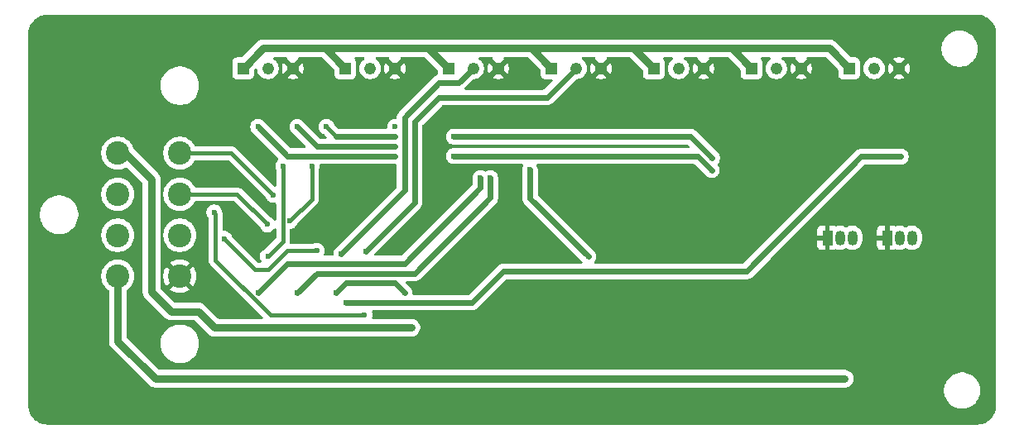
<source format=gbr>
%TF.GenerationSoftware,KiCad,Pcbnew,9.0.0*%
%TF.CreationDate,2025-03-18T23:21:23-07:00*%
%TF.ProjectId,BSPD,42535044-2e6b-4696-9361-645f70636258,rev?*%
%TF.SameCoordinates,Original*%
%TF.FileFunction,Copper,L4,Bot*%
%TF.FilePolarity,Positive*%
%FSLAX46Y46*%
G04 Gerber Fmt 4.6, Leading zero omitted, Abs format (unit mm)*
G04 Created by KiCad (PCBNEW 9.0.0) date 2025-03-18 23:21:23*
%MOMM*%
%LPD*%
G01*
G04 APERTURE LIST*
%TA.AperFunction,ComponentPad*%
%ADD10C,2.400000*%
%TD*%
%TA.AperFunction,ComponentPad*%
%ADD11R,1.050000X1.500000*%
%TD*%
%TA.AperFunction,ComponentPad*%
%ADD12O,1.050000X1.500000*%
%TD*%
%TA.AperFunction,ComponentPad*%
%ADD13R,1.210000X1.210000*%
%TD*%
%TA.AperFunction,ComponentPad*%
%ADD14C,1.210000*%
%TD*%
%TA.AperFunction,ViaPad*%
%ADD15C,0.600000*%
%TD*%
%TA.AperFunction,Conductor*%
%ADD16C,0.600000*%
%TD*%
%TA.AperFunction,Conductor*%
%ADD17C,0.400000*%
%TD*%
%TA.AperFunction,Conductor*%
%ADD18C,0.800000*%
%TD*%
G04 APERTURE END LIST*
D10*
%TO.P,J1,1,Pin_1*%
%TO.N,GND*%
X55000000Y-116300000D03*
%TO.P,J1,2,Pin_2*%
%TO.N,x*%
X55000000Y-112100000D03*
%TO.P,J1,3,Pin_3*%
%TO.N,Throttle2*%
X55000000Y-107900000D03*
%TO.P,J1,4,Pin_4*%
%TO.N,Throttle1*%
X55000000Y-103700000D03*
%TO.P,J1,5,Pin_5*%
%TO.N,IGN_PWR*%
X48650000Y-103700000D03*
%TO.P,J1,6,Pin_6*%
%TO.N,BSPD_OUT*%
X48650000Y-107900000D03*
%TO.P,J1,7,Pin_7*%
%TO.N,Brake*%
X48650000Y-112100000D03*
%TO.P,J1,8,Pin_8*%
%TO.N,MASTER_PWR*%
X48650000Y-116300000D03*
%TD*%
D11*
%TO.P,Q2,1,E*%
%TO.N,GND*%
X127330000Y-112360000D03*
D12*
%TO.P,Q2,2,B*%
%TO.N,Net-(Q2-B)*%
X128600000Y-112360000D03*
%TO.P,Q2,3,C*%
%TO.N,Net-(Q2-C)*%
X129870000Y-112360000D03*
%TD*%
D13*
%TO.P,RV7,1,1*%
%TO.N,+5V*%
X123460000Y-95000000D03*
D14*
%TO.P,RV7,2,2*%
%TO.N,Net-(BR1-IN1-)*%
X126000000Y-95000000D03*
%TO.P,RV7,3,3*%
%TO.N,GND*%
X128540000Y-95000000D03*
%TD*%
D13*
%TO.P,RV1,1,1*%
%TO.N,+5V*%
X61460000Y-95000000D03*
D14*
%TO.P,RV1,2,2*%
%TO.N,/Throttle_Low*%
X64000000Y-95000000D03*
%TO.P,RV1,3,3*%
%TO.N,GND*%
X66540000Y-95000000D03*
%TD*%
D13*
%TO.P,RV4,1,1*%
%TO.N,+5V*%
X93000000Y-95000000D03*
D14*
%TO.P,RV4,2,2*%
%TO.N,/Brake_High*%
X95540000Y-95000000D03*
%TO.P,RV4,3,3*%
%TO.N,GND*%
X98080000Y-95000000D03*
%TD*%
D13*
%TO.P,RV5,1,1*%
%TO.N,+5V*%
X103460000Y-95000000D03*
D14*
%TO.P,RV5,2,2*%
%TO.N,/Throttle_10\u0025*%
X106000000Y-95000000D03*
%TO.P,RV5,3,3*%
%TO.N,GND*%
X108540000Y-95000000D03*
%TD*%
D13*
%TO.P,RV3,1,1*%
%TO.N,+5V*%
X82460000Y-95000000D03*
D14*
%TO.P,RV3,2,2*%
%TO.N,/Brake_Low*%
X85000000Y-95000000D03*
%TO.P,RV3,3,3*%
%TO.N,GND*%
X87540000Y-95000000D03*
%TD*%
D11*
%TO.P,Q1,1,E*%
%TO.N,GND*%
X121230000Y-112360000D03*
D12*
%TO.P,Q1,2,B*%
%TO.N,/FAULT>100MS*%
X122500000Y-112360000D03*
%TO.P,Q1,3,C*%
%TO.N,BSPD_OUT*%
X123770000Y-112360000D03*
%TD*%
D13*
%TO.P,RV6,1,1*%
%TO.N,+5V*%
X113460000Y-95000000D03*
D14*
%TO.P,RV6,2,2*%
%TO.N,/Heavy_Braking*%
X116000000Y-95000000D03*
%TO.P,RV6,3,3*%
%TO.N,GND*%
X118540000Y-95000000D03*
%TD*%
D13*
%TO.P,RV2,1,1*%
%TO.N,+5V*%
X71920000Y-95000000D03*
D14*
%TO.P,RV2,2,2*%
%TO.N,/Throttle_High*%
X74460000Y-95000000D03*
%TO.P,RV2,3,3*%
%TO.N,GND*%
X77000000Y-95000000D03*
%TD*%
D15*
%TO.N,GND*%
X86600000Y-115700000D03*
X85800000Y-115700000D03*
X72700000Y-105150000D03*
X83100000Y-108100000D03*
X86600000Y-112000000D03*
X86600000Y-112800000D03*
X85800000Y-112800000D03*
X85800000Y-112000000D03*
%TO.N,/B_HVY*%
X70000000Y-101000000D03*
X77000000Y-102000000D03*
X83000000Y-104000000D03*
X109400000Y-105450000D03*
%TO.N,/T_10\u0025*%
X77000000Y-101000000D03*
X83000000Y-102000000D03*
X109450000Y-104200000D03*
%TO.N,/B_L*%
X71000000Y-118000000D03*
X78000000Y-118000000D03*
%TO.N,/T2_H*%
X77000000Y-116000000D03*
X67000000Y-118000000D03*
X86750000Y-106250000D03*
%TO.N,/T1_H*%
X63000000Y-101000000D03*
X77000000Y-104000000D03*
%TO.N,/T1_L*%
X67000000Y-101000000D03*
X77000000Y-103000000D03*
%TO.N,/T2_L*%
X85750000Y-106250000D03*
X77000000Y-115000000D03*
X63000000Y-118000000D03*
%TO.N,BSPD_OUT*%
X58500000Y-109750000D03*
X73900000Y-120250000D03*
%TO.N,+10V*%
X128750000Y-104050000D03*
X72000000Y-119000000D03*
%TO.N,IGN_PWR*%
X78685000Y-121565000D03*
%TO.N,+5V*%
X96800000Y-114300000D03*
X90800000Y-105400000D03*
%TO.N,Brake*%
X59575000Y-112475000D03*
X69000000Y-113700000D03*
%TO.N,/Brake_Low*%
X71500000Y-114000000D03*
%TO.N,/Brake_High*%
X73985500Y-113745250D03*
%TO.N,Throttle1*%
X64562000Y-107995250D03*
%TO.N,/Throttle_High*%
X68500000Y-105000000D03*
X66250000Y-110645250D03*
%TO.N,/Throttle_Low*%
X65561500Y-105000000D03*
X64000000Y-114250000D03*
%TO.N,Throttle2*%
X63950000Y-110995250D03*
%TO.N,MASTER_PWR*%
X123000000Y-126800000D03*
%TD*%
D16*
%TO.N,/B_HVY*%
X71000000Y-102000000D02*
X77000000Y-102000000D01*
X83000000Y-104000000D02*
X107950000Y-104000000D01*
D17*
X70000000Y-101000000D02*
X71000000Y-102000000D01*
D16*
X107950000Y-104000000D02*
X109400000Y-105450000D01*
%TO.N,/T_10\u0025*%
X83000000Y-102000000D02*
X107250000Y-102000000D01*
X107250000Y-102000000D02*
X109450000Y-104200000D01*
%TO.N,/B_L*%
X72000000Y-117000000D02*
X71000000Y-118000000D01*
X78000000Y-118000000D02*
X77000000Y-117000000D01*
X77000000Y-117000000D02*
X72000000Y-117000000D01*
%TO.N,/T2_H*%
X69000000Y-116000000D02*
X77000000Y-116000000D01*
X86750000Y-106250000D02*
X86750000Y-108250000D01*
X67000000Y-118000000D02*
X69000000Y-116000000D01*
X79000000Y-116000000D02*
X77000000Y-116000000D01*
X86750000Y-108250000D02*
X79000000Y-116000000D01*
%TO.N,/T1_H*%
X63000000Y-101000000D02*
X66000000Y-104000000D01*
X66000000Y-104000000D02*
X77000000Y-104000000D01*
%TO.N,/T1_L*%
X67000000Y-101000000D02*
X69000000Y-103000000D01*
X69000000Y-103000000D02*
X77000000Y-103000000D01*
%TO.N,/T2_L*%
X66000000Y-115000000D02*
X74000000Y-115000000D01*
X74000000Y-115000000D02*
X76000000Y-115000000D01*
X78000000Y-115000000D02*
X77000000Y-115000000D01*
X76000000Y-115000000D02*
X77000000Y-115000000D01*
X63000000Y-118000000D02*
X66000000Y-115000000D01*
X85750000Y-106250000D02*
X85750000Y-107250000D01*
X85750000Y-107250000D02*
X78000000Y-115000000D01*
D17*
%TO.N,BSPD_OUT*%
X58650000Y-114641364D02*
X64258636Y-120250000D01*
X64258636Y-120250000D02*
X73900000Y-120250000D01*
X58500000Y-109750000D02*
X58650000Y-109900000D01*
X58650000Y-109900000D02*
X58650000Y-114641364D01*
D16*
%TO.N,+10V*%
X112950000Y-115800000D02*
X88100000Y-115800000D01*
X84900000Y-119000000D02*
X72000000Y-119000000D01*
X88100000Y-115800000D02*
X84900000Y-119000000D01*
X128750000Y-104050000D02*
X124700000Y-104050000D01*
X124700000Y-104050000D02*
X112950000Y-115800000D01*
D18*
%TO.N,IGN_PWR*%
X52100000Y-106350000D02*
X48800000Y-103050000D01*
X56900000Y-119900000D02*
X54100000Y-119900000D01*
X58565000Y-121565000D02*
X56900000Y-119900000D01*
X52100000Y-117900000D02*
X52100000Y-106350000D01*
X54100000Y-119900000D02*
X52100000Y-117900000D01*
X78685000Y-121565000D02*
X58565000Y-121565000D01*
%TO.N,+5V*%
X101410000Y-92950000D02*
X111410000Y-92950000D01*
X101410000Y-92950000D02*
X103460000Y-95000000D01*
X121410000Y-92950000D02*
X123460000Y-95000000D01*
D16*
X90800000Y-105400000D02*
X90800000Y-108300000D01*
D18*
X90950000Y-92950000D02*
X93000000Y-95000000D01*
X71850000Y-92950000D02*
X80410000Y-92950000D01*
X111410000Y-92950000D02*
X121410000Y-92950000D01*
X90950000Y-92950000D02*
X101410000Y-92950000D01*
X71920000Y-95000000D02*
X71900000Y-95000000D01*
X69850000Y-92950000D02*
X71850000Y-92950000D01*
D16*
X90800000Y-108300000D02*
X96800000Y-114300000D01*
D18*
X63510000Y-92950000D02*
X69850000Y-92950000D01*
X80410000Y-92950000D02*
X82460000Y-95000000D01*
X71900000Y-95000000D02*
X69850000Y-92950000D01*
X61460000Y-95000000D02*
X63510000Y-92950000D01*
X111410000Y-92950000D02*
X113460000Y-95000000D01*
X80410000Y-92950000D02*
X90950000Y-92950000D01*
D17*
%TO.N,Brake*%
X62700000Y-115600000D02*
X64070682Y-115600000D01*
X64070682Y-115600000D02*
X65970682Y-113700000D01*
X65970682Y-113700000D02*
X69000000Y-113700000D01*
X59575000Y-112475000D02*
X62700000Y-115600000D01*
D16*
%TO.N,/Brake_Low*%
X71500000Y-114000000D02*
X78000000Y-107500000D01*
X78000000Y-107500000D02*
X78000000Y-100000000D01*
X81500000Y-96500000D02*
X83500000Y-96500000D01*
X83500000Y-96500000D02*
X85000000Y-95000000D01*
X78000000Y-100000000D02*
X81500000Y-96500000D01*
%TO.N,/Brake_High*%
X79000000Y-108730750D02*
X79000000Y-100500000D01*
X81500000Y-98000000D02*
X92540000Y-98000000D01*
X73985500Y-113745250D02*
X79000000Y-108730750D01*
X79000000Y-100500000D02*
X81500000Y-98000000D01*
X92540000Y-98000000D02*
X95540000Y-95000000D01*
D17*
%TO.N,Throttle1*%
X60266750Y-103700000D02*
X55800000Y-103700000D01*
X55800000Y-103700000D02*
X55150000Y-103050000D01*
X64562000Y-107995250D02*
X60266750Y-103700000D01*
%TO.N,/Throttle_High*%
X68500000Y-105000000D02*
X68500000Y-108395250D01*
X68500000Y-108395250D02*
X66250000Y-110645250D01*
%TO.N,/Throttle_Low*%
X64000000Y-114250000D02*
X65550000Y-112700000D01*
X65550000Y-112700000D02*
X65550000Y-105206750D01*
%TO.N,Throttle2*%
X60854750Y-107900000D02*
X55555000Y-107900000D01*
X55555000Y-107900000D02*
X55150000Y-107495000D01*
X63950000Y-110995250D02*
X60854750Y-107900000D01*
D18*
%TO.N,MASTER_PWR*%
X48650000Y-122950000D02*
X48650000Y-116300000D01*
X52500000Y-126800000D02*
X48650000Y-122950000D01*
X123000000Y-126800000D02*
X52500000Y-126800000D01*
%TD*%
%TA.AperFunction,Conductor*%
%TO.N,GND*%
G36*
X77142539Y-104820185D02*
G01*
X77188294Y-104872989D01*
X77199500Y-104924500D01*
X77199500Y-107117059D01*
X77179815Y-107184098D01*
X77163181Y-107204740D01*
X70878213Y-113489707D01*
X70878210Y-113489711D01*
X70790609Y-113620814D01*
X70790602Y-113620827D01*
X70730264Y-113766498D01*
X70730261Y-113766510D01*
X70699500Y-113921153D01*
X70699500Y-114075500D01*
X70679815Y-114142539D01*
X70627011Y-114188294D01*
X70575500Y-114199500D01*
X69845134Y-114199500D01*
X69778095Y-114179815D01*
X69732340Y-114127011D01*
X69722396Y-114057853D01*
X69730573Y-114028047D01*
X69735357Y-114016498D01*
X69769737Y-113933497D01*
X69800500Y-113778842D01*
X69800500Y-113621158D01*
X69800500Y-113621155D01*
X69800499Y-113621153D01*
X69798380Y-113610499D01*
X69769737Y-113466503D01*
X69764529Y-113453929D01*
X69709397Y-113320827D01*
X69709390Y-113320814D01*
X69621789Y-113189711D01*
X69621786Y-113189707D01*
X69510292Y-113078213D01*
X69510288Y-113078210D01*
X69379185Y-112990609D01*
X69379172Y-112990602D01*
X69233501Y-112930264D01*
X69233489Y-112930261D01*
X69078845Y-112899500D01*
X69078842Y-112899500D01*
X68921158Y-112899500D01*
X68921155Y-112899500D01*
X68766510Y-112930261D01*
X68766498Y-112930264D01*
X68622136Y-112990061D01*
X68574684Y-112999500D01*
X66355744Y-112999500D01*
X66288705Y-112979815D01*
X66242950Y-112927011D01*
X66233006Y-112857853D01*
X66234127Y-112851309D01*
X66250499Y-112768998D01*
X66250500Y-112768996D01*
X66250500Y-111563097D01*
X66270185Y-111496058D01*
X66322989Y-111450303D01*
X66350309Y-111441480D01*
X66366291Y-111438300D01*
X66483497Y-111414987D01*
X66629179Y-111354644D01*
X66760289Y-111267039D01*
X66871789Y-111155539D01*
X66959394Y-111024429D01*
X66959395Y-111024426D01*
X66959397Y-111024423D01*
X67019192Y-110880062D01*
X67046069Y-110839836D01*
X69044114Y-108841793D01*
X69120775Y-108727061D01*
X69130061Y-108704644D01*
X69166347Y-108617039D01*
X69173580Y-108599578D01*
X69186724Y-108533501D01*
X69200500Y-108464245D01*
X69200500Y-105425316D01*
X69209939Y-105377864D01*
X69269735Y-105233501D01*
X69269737Y-105233497D01*
X69300500Y-105078842D01*
X69300500Y-104924500D01*
X69320185Y-104857461D01*
X69372989Y-104811706D01*
X69424500Y-104800500D01*
X77075500Y-104800500D01*
X77142539Y-104820185D01*
G37*
%TD.AperFunction*%
%TA.AperFunction,Conductor*%
G36*
X86890834Y-93859383D02*
G01*
X86921554Y-93866528D01*
X86924105Y-93869153D01*
X86927618Y-93870185D01*
X86948265Y-93894013D01*
X86970249Y-93916634D01*
X86970976Y-93920222D01*
X86973373Y-93922989D01*
X86977860Y-93954201D01*
X86984124Y-93985112D01*
X86982795Y-93988523D01*
X86983317Y-93992147D01*
X86970217Y-94020831D01*
X86958775Y-94050221D01*
X86955216Y-94053679D01*
X86954292Y-94055703D01*
X86954011Y-94055960D01*
X86953682Y-94060129D01*
X87540000Y-94646446D01*
X87540001Y-94646446D01*
X88126316Y-94060129D01*
X88125306Y-94047292D01*
X88103862Y-94019479D01*
X88097889Y-93949865D01*
X88130500Y-93888073D01*
X88191341Y-93853720D01*
X88219417Y-93850500D01*
X90525638Y-93850500D01*
X90592677Y-93870185D01*
X90613319Y-93886819D01*
X91858181Y-95131681D01*
X91891666Y-95193004D01*
X91894500Y-95219362D01*
X91894500Y-95652870D01*
X91894501Y-95652876D01*
X91900908Y-95712483D01*
X91951202Y-95847328D01*
X91951206Y-95847335D01*
X92037452Y-95962544D01*
X92037455Y-95962547D01*
X92152664Y-96048793D01*
X92152671Y-96048797D01*
X92287517Y-96099091D01*
X92287516Y-96099091D01*
X92294444Y-96099835D01*
X92347127Y-96105500D01*
X93003060Y-96105499D01*
X93070098Y-96125183D01*
X93115853Y-96177987D01*
X93125797Y-96247146D01*
X93096772Y-96310702D01*
X93090740Y-96317180D01*
X92244741Y-97163181D01*
X92183418Y-97196666D01*
X92157060Y-97199500D01*
X84231941Y-97199500D01*
X84164902Y-97179815D01*
X84119147Y-97127011D01*
X84109203Y-97057853D01*
X84138228Y-96994297D01*
X84144260Y-96987819D01*
X84990259Y-96141819D01*
X85051582Y-96108334D01*
X85077940Y-96105500D01*
X85087010Y-96105500D01*
X85258872Y-96078279D01*
X85260377Y-96077790D01*
X85424365Y-96024507D01*
X85579408Y-95945508D01*
X85587169Y-95939869D01*
X86953683Y-95939869D01*
X86960854Y-95945081D01*
X87115826Y-96024044D01*
X87115829Y-96024045D01*
X87281243Y-96077790D01*
X87453036Y-96105000D01*
X87626964Y-96105000D01*
X87798756Y-96077790D01*
X87964170Y-96024045D01*
X87964173Y-96024044D01*
X88119145Y-95945080D01*
X88126316Y-95939869D01*
X87540001Y-95353554D01*
X87540000Y-95353554D01*
X86953683Y-95939869D01*
X85587169Y-95939869D01*
X85720185Y-95843228D01*
X85843228Y-95720185D01*
X85945508Y-95579408D01*
X86024507Y-95424365D01*
X86078279Y-95258872D01*
X86087188Y-95202625D01*
X86105500Y-95087010D01*
X86105500Y-94913035D01*
X86435000Y-94913035D01*
X86435000Y-95086964D01*
X86462209Y-95258756D01*
X86515954Y-95424170D01*
X86515955Y-95424173D01*
X86594919Y-95579146D01*
X86600129Y-95586316D01*
X87186446Y-95000000D01*
X87186446Y-94999999D01*
X87143002Y-94956555D01*
X87210000Y-94956555D01*
X87210000Y-95043445D01*
X87232489Y-95127375D01*
X87275934Y-95202625D01*
X87337375Y-95264066D01*
X87412625Y-95307511D01*
X87496555Y-95330000D01*
X87583445Y-95330000D01*
X87667375Y-95307511D01*
X87742625Y-95264066D01*
X87804066Y-95202625D01*
X87847511Y-95127375D01*
X87870000Y-95043445D01*
X87870000Y-94999999D01*
X87893554Y-94999999D01*
X87893554Y-95000001D01*
X88479869Y-95586316D01*
X88485080Y-95579145D01*
X88564044Y-95424173D01*
X88564045Y-95424170D01*
X88617790Y-95258756D01*
X88645000Y-95086964D01*
X88645000Y-94913035D01*
X88617790Y-94741243D01*
X88564045Y-94575829D01*
X88564044Y-94575826D01*
X88485081Y-94420854D01*
X88479869Y-94413683D01*
X87893554Y-94999999D01*
X87870000Y-94999999D01*
X87870000Y-94956555D01*
X87847511Y-94872625D01*
X87804066Y-94797375D01*
X87742625Y-94735934D01*
X87667375Y-94692489D01*
X87583445Y-94670000D01*
X87496555Y-94670000D01*
X87412625Y-94692489D01*
X87337375Y-94735934D01*
X87275934Y-94797375D01*
X87232489Y-94872625D01*
X87210000Y-94956555D01*
X87143002Y-94956555D01*
X86600129Y-94413682D01*
X86594918Y-94420854D01*
X86515955Y-94575826D01*
X86515954Y-94575829D01*
X86462209Y-94741243D01*
X86435000Y-94913035D01*
X86105500Y-94913035D01*
X86105500Y-94912989D01*
X86078279Y-94741127D01*
X86024505Y-94575630D01*
X85945641Y-94420854D01*
X85945508Y-94420592D01*
X85892139Y-94347135D01*
X85843233Y-94279821D01*
X85843229Y-94279816D01*
X85720183Y-94156770D01*
X85720178Y-94156766D01*
X85607386Y-94074818D01*
X85564720Y-94019488D01*
X85558741Y-93949875D01*
X85591347Y-93888080D01*
X85652185Y-93853723D01*
X85680271Y-93850500D01*
X86860579Y-93850500D01*
X86890834Y-93859383D01*
G37*
%TD.AperFunction*%
%TA.AperFunction,Conductor*%
G36*
X136504043Y-89500765D02*
G01*
X136752895Y-89517075D01*
X136768953Y-89519190D01*
X136976105Y-89560395D01*
X137009535Y-89567045D01*
X137025202Y-89571243D01*
X137194947Y-89628863D01*
X137257481Y-89650091D01*
X137272458Y-89656294D01*
X137481799Y-89759529D01*
X137492460Y-89764787D01*
X137506508Y-89772897D01*
X137710464Y-89909177D01*
X137723328Y-89919048D01*
X137907749Y-90080781D01*
X137919218Y-90092250D01*
X138080951Y-90276671D01*
X138090825Y-90289539D01*
X138227102Y-90493492D01*
X138235212Y-90507539D01*
X138343702Y-90727534D01*
X138349909Y-90742520D01*
X138428756Y-90974797D01*
X138432954Y-90990464D01*
X138480807Y-91231035D01*
X138482925Y-91247116D01*
X138499235Y-91495956D01*
X138499500Y-91504066D01*
X138499500Y-129495933D01*
X138499235Y-129504043D01*
X138482925Y-129752883D01*
X138480807Y-129768964D01*
X138432954Y-130009535D01*
X138428756Y-130025202D01*
X138349909Y-130257479D01*
X138343702Y-130272465D01*
X138235212Y-130492460D01*
X138227102Y-130506507D01*
X138090825Y-130710460D01*
X138080951Y-130723328D01*
X137919218Y-130907749D01*
X137907749Y-130919218D01*
X137723328Y-131080951D01*
X137710460Y-131090825D01*
X137506507Y-131227102D01*
X137492460Y-131235212D01*
X137272465Y-131343702D01*
X137257479Y-131349909D01*
X137025202Y-131428756D01*
X137009535Y-131432954D01*
X136768964Y-131480807D01*
X136752883Y-131482925D01*
X136504043Y-131499235D01*
X136495933Y-131499500D01*
X41504067Y-131499500D01*
X41495957Y-131499235D01*
X41247116Y-131482925D01*
X41231035Y-131480807D01*
X40990464Y-131432954D01*
X40974797Y-131428756D01*
X40742520Y-131349909D01*
X40727534Y-131343702D01*
X40507539Y-131235212D01*
X40493492Y-131227102D01*
X40289539Y-131090825D01*
X40276671Y-131080951D01*
X40092250Y-130919218D01*
X40080781Y-130907749D01*
X39919048Y-130723328D01*
X39909174Y-130710460D01*
X39772897Y-130506507D01*
X39764787Y-130492460D01*
X39658855Y-130277652D01*
X39656294Y-130272458D01*
X39650090Y-130257479D01*
X39571243Y-130025202D01*
X39567045Y-130009535D01*
X39529113Y-129818838D01*
X39519190Y-129768953D01*
X39517075Y-129752895D01*
X39500765Y-129504043D01*
X39500500Y-129495933D01*
X39500500Y-127878711D01*
X133149500Y-127878711D01*
X133149500Y-128121288D01*
X133181161Y-128361785D01*
X133243947Y-128596104D01*
X133336773Y-128820205D01*
X133336776Y-128820212D01*
X133458064Y-129030289D01*
X133458066Y-129030292D01*
X133458067Y-129030293D01*
X133605733Y-129222736D01*
X133605739Y-129222743D01*
X133777256Y-129394260D01*
X133777263Y-129394266D01*
X133890321Y-129481018D01*
X133969711Y-129541936D01*
X134179788Y-129663224D01*
X134375269Y-129744195D01*
X134396244Y-129752883D01*
X134403900Y-129756054D01*
X134638211Y-129818838D01*
X134818586Y-129842584D01*
X134878711Y-129850500D01*
X134878712Y-129850500D01*
X135121289Y-129850500D01*
X135169388Y-129844167D01*
X135361789Y-129818838D01*
X135596100Y-129756054D01*
X135820212Y-129663224D01*
X136030289Y-129541936D01*
X136222738Y-129394265D01*
X136394265Y-129222738D01*
X136541936Y-129030289D01*
X136663224Y-128820212D01*
X136756054Y-128596100D01*
X136818838Y-128361789D01*
X136850500Y-128121288D01*
X136850500Y-127878712D01*
X136818838Y-127638211D01*
X136756054Y-127403900D01*
X136663224Y-127179788D01*
X136541936Y-126969711D01*
X136394265Y-126777262D01*
X136394260Y-126777256D01*
X136222743Y-126605739D01*
X136222736Y-126605733D01*
X136030293Y-126458067D01*
X136030292Y-126458066D01*
X136030289Y-126458064D01*
X135820212Y-126336776D01*
X135820205Y-126336773D01*
X135596104Y-126243947D01*
X135361785Y-126181161D01*
X135121289Y-126149500D01*
X135121288Y-126149500D01*
X134878712Y-126149500D01*
X134878711Y-126149500D01*
X134638214Y-126181161D01*
X134403895Y-126243947D01*
X134179794Y-126336773D01*
X134179785Y-126336777D01*
X133969706Y-126458067D01*
X133777263Y-126605733D01*
X133777256Y-126605739D01*
X133605739Y-126777256D01*
X133605733Y-126777263D01*
X133458067Y-126969706D01*
X133336777Y-127179785D01*
X133336773Y-127179794D01*
X133243947Y-127403895D01*
X133181161Y-127638214D01*
X133149500Y-127878711D01*
X39500500Y-127878711D01*
X39500500Y-116188549D01*
X46949500Y-116188549D01*
X46949500Y-116411450D01*
X46949501Y-116411466D01*
X46978594Y-116632452D01*
X46978595Y-116632457D01*
X46978596Y-116632463D01*
X47036290Y-116847780D01*
X47036293Y-116847790D01*
X47121593Y-117053722D01*
X47121595Y-117053726D01*
X47233052Y-117246774D01*
X47233057Y-117246780D01*
X47233058Y-117246782D01*
X47368751Y-117423622D01*
X47368757Y-117423629D01*
X47526370Y-117581242D01*
X47526377Y-117581248D01*
X47700986Y-117715229D01*
X47742189Y-117771656D01*
X47749500Y-117813605D01*
X47749500Y-123038696D01*
X47784103Y-123212658D01*
X47784105Y-123212666D01*
X47815526Y-123288524D01*
X47815529Y-123288529D01*
X47818046Y-123294606D01*
X47851987Y-123376547D01*
X47911063Y-123464959D01*
X47914169Y-123469607D01*
X47914172Y-123469613D01*
X47950534Y-123524034D01*
X51925966Y-127499466D01*
X51960326Y-127522423D01*
X51985040Y-127538936D01*
X52073453Y-127598013D01*
X52155393Y-127631953D01*
X52161480Y-127634474D01*
X52161485Y-127634477D01*
X52197940Y-127649577D01*
X52237334Y-127665895D01*
X52411303Y-127700499D01*
X52411307Y-127700500D01*
X52411308Y-127700500D01*
X123088693Y-127700500D01*
X123088694Y-127700499D01*
X123146682Y-127688964D01*
X123262658Y-127665896D01*
X123262661Y-127665894D01*
X123262666Y-127665894D01*
X123426547Y-127598013D01*
X123574035Y-127499464D01*
X123699464Y-127374035D01*
X123798013Y-127226547D01*
X123865894Y-127062666D01*
X123900500Y-126888691D01*
X123900500Y-126711309D01*
X123900500Y-126711306D01*
X123900499Y-126711304D01*
X123865896Y-126537341D01*
X123865893Y-126537332D01*
X123798016Y-126373459D01*
X123798009Y-126373446D01*
X123699464Y-126225965D01*
X123699461Y-126225961D01*
X123574038Y-126100538D01*
X123574034Y-126100535D01*
X123426553Y-126001990D01*
X123426540Y-126001983D01*
X123262667Y-125934106D01*
X123262658Y-125934103D01*
X123088694Y-125899500D01*
X123088691Y-125899500D01*
X52924362Y-125899500D01*
X52857323Y-125879815D01*
X52836681Y-125863181D01*
X50054666Y-123081166D01*
X53034500Y-123081166D01*
X53034500Y-123338833D01*
X53051106Y-123464959D01*
X53068131Y-123594273D01*
X53101473Y-123718709D01*
X53134816Y-123843147D01*
X53233412Y-124081177D01*
X53233416Y-124081187D01*
X53362239Y-124304315D01*
X53519086Y-124508723D01*
X53519092Y-124508730D01*
X53701269Y-124690907D01*
X53701276Y-124690913D01*
X53905684Y-124847760D01*
X54128812Y-124976583D01*
X54128813Y-124976583D01*
X54128816Y-124976585D01*
X54287508Y-125042317D01*
X54366852Y-125075183D01*
X54366853Y-125075183D01*
X54366855Y-125075184D01*
X54615727Y-125141869D01*
X54871174Y-125175500D01*
X54871181Y-125175500D01*
X55128819Y-125175500D01*
X55128826Y-125175500D01*
X55384273Y-125141869D01*
X55633145Y-125075184D01*
X55871184Y-124976585D01*
X56094316Y-124847760D01*
X56298725Y-124690912D01*
X56480912Y-124508725D01*
X56637760Y-124304316D01*
X56766585Y-124081184D01*
X56865184Y-123843145D01*
X56931869Y-123594273D01*
X56965500Y-123338826D01*
X56965500Y-123081174D01*
X56931869Y-122825727D01*
X56865184Y-122576855D01*
X56766585Y-122338816D01*
X56637760Y-122115684D01*
X56480912Y-121911275D01*
X56480907Y-121911269D01*
X56298730Y-121729092D01*
X56298723Y-121729086D01*
X56094315Y-121572239D01*
X55871187Y-121443416D01*
X55871177Y-121443412D01*
X55633147Y-121344816D01*
X55508709Y-121311473D01*
X55384273Y-121278131D01*
X55327507Y-121270657D01*
X55128833Y-121244500D01*
X55128826Y-121244500D01*
X54871174Y-121244500D01*
X54871166Y-121244500D01*
X54644110Y-121274394D01*
X54615727Y-121278131D01*
X54553509Y-121294802D01*
X54366852Y-121344816D01*
X54128822Y-121443412D01*
X54128812Y-121443416D01*
X53905684Y-121572239D01*
X53701276Y-121729086D01*
X53701269Y-121729092D01*
X53519092Y-121911269D01*
X53519086Y-121911276D01*
X53362239Y-122115684D01*
X53233416Y-122338812D01*
X53233412Y-122338822D01*
X53134816Y-122576852D01*
X53068131Y-122825728D01*
X53034500Y-123081166D01*
X50054666Y-123081166D01*
X49586819Y-122613319D01*
X49553334Y-122551996D01*
X49550500Y-122525638D01*
X49550500Y-117813605D01*
X49570185Y-117746566D01*
X49599014Y-117715229D01*
X49663228Y-117665956D01*
X49773624Y-117581247D01*
X49931247Y-117423624D01*
X50066948Y-117246774D01*
X50178405Y-117053726D01*
X50263710Y-116847781D01*
X50321404Y-116632463D01*
X50350500Y-116411457D01*
X50350500Y-116188543D01*
X50321404Y-115967537D01*
X50263710Y-115752219D01*
X50178405Y-115546274D01*
X50066948Y-115353226D01*
X49931247Y-115176376D01*
X49931242Y-115176370D01*
X49773629Y-115018757D01*
X49773622Y-115018751D01*
X49596782Y-114883058D01*
X49596780Y-114883057D01*
X49596774Y-114883052D01*
X49403726Y-114771595D01*
X49403722Y-114771593D01*
X49197790Y-114686293D01*
X49197783Y-114686291D01*
X49197781Y-114686290D01*
X48982463Y-114628596D01*
X48982457Y-114628595D01*
X48982452Y-114628594D01*
X48761466Y-114599501D01*
X48761463Y-114599500D01*
X48761457Y-114599500D01*
X48538543Y-114599500D01*
X48538537Y-114599500D01*
X48538533Y-114599501D01*
X48317547Y-114628594D01*
X48317540Y-114628595D01*
X48317537Y-114628596D01*
X48315343Y-114629184D01*
X48102219Y-114686290D01*
X48102209Y-114686293D01*
X47896277Y-114771593D01*
X47896273Y-114771595D01*
X47703226Y-114883052D01*
X47703217Y-114883058D01*
X47526377Y-115018751D01*
X47526370Y-115018757D01*
X47368757Y-115176370D01*
X47368751Y-115176377D01*
X47233058Y-115353217D01*
X47233052Y-115353226D01*
X47121595Y-115546273D01*
X47121593Y-115546277D01*
X47036293Y-115752209D01*
X47036290Y-115752219D01*
X46988228Y-115931592D01*
X46978597Y-115967534D01*
X46978594Y-115967547D01*
X46949501Y-116188533D01*
X46949500Y-116188549D01*
X39500500Y-116188549D01*
X39500500Y-111988549D01*
X46949500Y-111988549D01*
X46949500Y-112211450D01*
X46949501Y-112211466D01*
X46978594Y-112432452D01*
X46978595Y-112432457D01*
X46978596Y-112432463D01*
X46997964Y-112504745D01*
X47036290Y-112647780D01*
X47036293Y-112647790D01*
X47120594Y-112851309D01*
X47121595Y-112853726D01*
X47233052Y-113046774D01*
X47233057Y-113046780D01*
X47233058Y-113046782D01*
X47368751Y-113223622D01*
X47368757Y-113223629D01*
X47526370Y-113381242D01*
X47526377Y-113381248D01*
X47637478Y-113466498D01*
X47703226Y-113516948D01*
X47896274Y-113628405D01*
X48102219Y-113713710D01*
X48317537Y-113771404D01*
X48538543Y-113800500D01*
X48538550Y-113800500D01*
X48761450Y-113800500D01*
X48761457Y-113800500D01*
X48982463Y-113771404D01*
X49197781Y-113713710D01*
X49403726Y-113628405D01*
X49596774Y-113516948D01*
X49773624Y-113381247D01*
X49931247Y-113223624D01*
X50066948Y-113046774D01*
X50178405Y-112853726D01*
X50263710Y-112647781D01*
X50321404Y-112432463D01*
X50350500Y-112211457D01*
X50350500Y-111988543D01*
X50321404Y-111767537D01*
X50263710Y-111552219D01*
X50243165Y-111502620D01*
X50219609Y-111445750D01*
X50178405Y-111346274D01*
X50066948Y-111153226D01*
X49931247Y-110976376D01*
X49931242Y-110976370D01*
X49773629Y-110818757D01*
X49773622Y-110818751D01*
X49596782Y-110683058D01*
X49596780Y-110683057D01*
X49596774Y-110683052D01*
X49403726Y-110571595D01*
X49403722Y-110571593D01*
X49197790Y-110486293D01*
X49197783Y-110486291D01*
X49197781Y-110486290D01*
X48982463Y-110428596D01*
X48982457Y-110428595D01*
X48982452Y-110428594D01*
X48761466Y-110399501D01*
X48761463Y-110399500D01*
X48761457Y-110399500D01*
X48538543Y-110399500D01*
X48538537Y-110399500D01*
X48538533Y-110399501D01*
X48317547Y-110428594D01*
X48317540Y-110428595D01*
X48317537Y-110428596D01*
X48107194Y-110484957D01*
X48102219Y-110486290D01*
X48102209Y-110486293D01*
X47896277Y-110571593D01*
X47896273Y-110571595D01*
X47703226Y-110683052D01*
X47703217Y-110683058D01*
X47526377Y-110818751D01*
X47526370Y-110818757D01*
X47368757Y-110976370D01*
X47368751Y-110976377D01*
X47233058Y-111153217D01*
X47233052Y-111153226D01*
X47121595Y-111346273D01*
X47121593Y-111346277D01*
X47036293Y-111552209D01*
X47036290Y-111552219D01*
X46979114Y-111765606D01*
X46978597Y-111767534D01*
X46978594Y-111767547D01*
X46949501Y-111988533D01*
X46949500Y-111988549D01*
X39500500Y-111988549D01*
X39500500Y-109871166D01*
X40684500Y-109871166D01*
X40684500Y-110128833D01*
X40701808Y-110260289D01*
X40718131Y-110384273D01*
X40751473Y-110508709D01*
X40784816Y-110633147D01*
X40883412Y-110871177D01*
X40883416Y-110871187D01*
X41012239Y-111094315D01*
X41169086Y-111298723D01*
X41169092Y-111298730D01*
X41351269Y-111480907D01*
X41351276Y-111480913D01*
X41555684Y-111637760D01*
X41778812Y-111766583D01*
X41778813Y-111766583D01*
X41778816Y-111766585D01*
X41849227Y-111795750D01*
X42016852Y-111865183D01*
X42016853Y-111865183D01*
X42016855Y-111865184D01*
X42265727Y-111931869D01*
X42521174Y-111965500D01*
X42521181Y-111965500D01*
X42778819Y-111965500D01*
X42778826Y-111965500D01*
X43034273Y-111931869D01*
X43283145Y-111865184D01*
X43521184Y-111766585D01*
X43744316Y-111637760D01*
X43948725Y-111480912D01*
X44130912Y-111298725D01*
X44287760Y-111094316D01*
X44416585Y-110871184D01*
X44515184Y-110633145D01*
X44581869Y-110384273D01*
X44615500Y-110128826D01*
X44615500Y-109871174D01*
X44581869Y-109615727D01*
X44515184Y-109366855D01*
X44494511Y-109316947D01*
X44482317Y-109287508D01*
X44416585Y-109128816D01*
X44355855Y-109023629D01*
X44287760Y-108905684D01*
X44130913Y-108701276D01*
X44130907Y-108701269D01*
X43948730Y-108519092D01*
X43948723Y-108519086D01*
X43744315Y-108362239D01*
X43521187Y-108233416D01*
X43521177Y-108233412D01*
X43283147Y-108134816D01*
X43158709Y-108101473D01*
X43034273Y-108068131D01*
X42977507Y-108060657D01*
X42778833Y-108034500D01*
X42778826Y-108034500D01*
X42521174Y-108034500D01*
X42521166Y-108034500D01*
X42294110Y-108064394D01*
X42265727Y-108068131D01*
X42203509Y-108084802D01*
X42016852Y-108134816D01*
X41778822Y-108233412D01*
X41778812Y-108233416D01*
X41555684Y-108362239D01*
X41351276Y-108519086D01*
X41351269Y-108519092D01*
X41169092Y-108701269D01*
X41169086Y-108701276D01*
X41012239Y-108905684D01*
X40883416Y-109128812D01*
X40883412Y-109128822D01*
X40784816Y-109366852D01*
X40745466Y-109513710D01*
X40719366Y-109611120D01*
X40718131Y-109615728D01*
X40684500Y-109871166D01*
X39500500Y-109871166D01*
X39500500Y-107788549D01*
X46949500Y-107788549D01*
X46949500Y-108011450D01*
X46949501Y-108011466D01*
X46978594Y-108232452D01*
X46978595Y-108232457D01*
X46978596Y-108232463D01*
X47016637Y-108374435D01*
X47036290Y-108447780D01*
X47036293Y-108447790D01*
X47111424Y-108629172D01*
X47121595Y-108653726D01*
X47233052Y-108846774D01*
X47233057Y-108846780D01*
X47233058Y-108846782D01*
X47368751Y-109023622D01*
X47368757Y-109023629D01*
X47526370Y-109181242D01*
X47526377Y-109181248D01*
X47604299Y-109241039D01*
X47703226Y-109316948D01*
X47896274Y-109428405D01*
X48102219Y-109513710D01*
X48317537Y-109571404D01*
X48538543Y-109600500D01*
X48538550Y-109600500D01*
X48761450Y-109600500D01*
X48761457Y-109600500D01*
X48982463Y-109571404D01*
X49197781Y-109513710D01*
X49403726Y-109428405D01*
X49596774Y-109316948D01*
X49773624Y-109181247D01*
X49931247Y-109023624D01*
X50066948Y-108846774D01*
X50178405Y-108653726D01*
X50263710Y-108447781D01*
X50321404Y-108232463D01*
X50350500Y-108011457D01*
X50350500Y-107788543D01*
X50321404Y-107567537D01*
X50263710Y-107352219D01*
X50178405Y-107146274D01*
X50066948Y-106953226D01*
X49931247Y-106776376D01*
X49931242Y-106776370D01*
X49773629Y-106618757D01*
X49773622Y-106618751D01*
X49596782Y-106483058D01*
X49596780Y-106483057D01*
X49596774Y-106483052D01*
X49403726Y-106371595D01*
X49403722Y-106371593D01*
X49197790Y-106286293D01*
X49197783Y-106286291D01*
X49197781Y-106286290D01*
X48982463Y-106228596D01*
X48982457Y-106228595D01*
X48982452Y-106228594D01*
X48761466Y-106199501D01*
X48761463Y-106199500D01*
X48761457Y-106199500D01*
X48538543Y-106199500D01*
X48538537Y-106199500D01*
X48538533Y-106199501D01*
X48317547Y-106228594D01*
X48317540Y-106228595D01*
X48317537Y-106228596D01*
X48195454Y-106261308D01*
X48102219Y-106286290D01*
X48102209Y-106286293D01*
X47896277Y-106371593D01*
X47896273Y-106371595D01*
X47703226Y-106483052D01*
X47703217Y-106483058D01*
X47526377Y-106618751D01*
X47526370Y-106618757D01*
X47368757Y-106776370D01*
X47368751Y-106776377D01*
X47233058Y-106953217D01*
X47233052Y-106953226D01*
X47121595Y-107146273D01*
X47121593Y-107146277D01*
X47036293Y-107352209D01*
X47036290Y-107352219D01*
X46978597Y-107567534D01*
X46978594Y-107567547D01*
X46949501Y-107788533D01*
X46949500Y-107788549D01*
X39500500Y-107788549D01*
X39500500Y-103588549D01*
X46949500Y-103588549D01*
X46949500Y-103811450D01*
X46949501Y-103811466D01*
X46978594Y-104032452D01*
X46978595Y-104032457D01*
X46978596Y-104032463D01*
X47032463Y-104233497D01*
X47036290Y-104247780D01*
X47036293Y-104247790D01*
X47114592Y-104436819D01*
X47121595Y-104453726D01*
X47233052Y-104646774D01*
X47233057Y-104646780D01*
X47233058Y-104646782D01*
X47368751Y-104823622D01*
X47368757Y-104823629D01*
X47526370Y-104981242D01*
X47526377Y-104981248D01*
X47577938Y-105020812D01*
X47703226Y-105116948D01*
X47896274Y-105228405D01*
X48102219Y-105313710D01*
X48317537Y-105371404D01*
X48538543Y-105400500D01*
X48538550Y-105400500D01*
X48761450Y-105400500D01*
X48761457Y-105400500D01*
X48982463Y-105371404D01*
X49197781Y-105313710D01*
X49403726Y-105228405D01*
X49512264Y-105165739D01*
X49580162Y-105149266D01*
X49646190Y-105172118D01*
X49661945Y-105185445D01*
X51163181Y-106686680D01*
X51196666Y-106748003D01*
X51199500Y-106774361D01*
X51199500Y-117988696D01*
X51234103Y-118162658D01*
X51234105Y-118162666D01*
X51262105Y-118230263D01*
X51301987Y-118326547D01*
X51334028Y-118374499D01*
X51338262Y-118380835D01*
X51400537Y-118474038D01*
X53525960Y-120599461D01*
X53525963Y-120599463D01*
X53525964Y-120599464D01*
X53570436Y-120629179D01*
X53673453Y-120698013D01*
X53755393Y-120731953D01*
X53837334Y-120765895D01*
X54011303Y-120800499D01*
X54011307Y-120800500D01*
X54011308Y-120800500D01*
X54011309Y-120800500D01*
X56475638Y-120800500D01*
X56542677Y-120820185D01*
X56563319Y-120836819D01*
X57298740Y-121572239D01*
X57865536Y-122139035D01*
X57990962Y-122264461D01*
X57990966Y-122264465D01*
X58138449Y-122363011D01*
X58138451Y-122363012D01*
X58138453Y-122363013D01*
X58169718Y-122375963D01*
X58169719Y-122375964D01*
X58169720Y-122375964D01*
X58302334Y-122430895D01*
X58476304Y-122465499D01*
X58476308Y-122465500D01*
X58476309Y-122465500D01*
X78773693Y-122465500D01*
X78773694Y-122465499D01*
X78831682Y-122453964D01*
X78947658Y-122430896D01*
X78947661Y-122430894D01*
X78947666Y-122430894D01*
X79111547Y-122363013D01*
X79259035Y-122264464D01*
X79384464Y-122139035D01*
X79483013Y-121991547D01*
X79550894Y-121827666D01*
X79585500Y-121653691D01*
X79585500Y-121476309D01*
X79585500Y-121476306D01*
X79585499Y-121476304D01*
X79550896Y-121302341D01*
X79550893Y-121302332D01*
X79483016Y-121138459D01*
X79483009Y-121138446D01*
X79384464Y-120990965D01*
X79384461Y-120990961D01*
X79259038Y-120865538D01*
X79259034Y-120865535D01*
X79111553Y-120766990D01*
X79111540Y-120766983D01*
X78947667Y-120699106D01*
X78947658Y-120699103D01*
X78773694Y-120664500D01*
X78773691Y-120664500D01*
X74780342Y-120664500D01*
X74713303Y-120644815D01*
X74667548Y-120592011D01*
X74657604Y-120522853D01*
X74665781Y-120493047D01*
X74669737Y-120483497D01*
X74700500Y-120328842D01*
X74700500Y-120171158D01*
X74700500Y-120171155D01*
X74700499Y-120171153D01*
X74669738Y-120016510D01*
X74669737Y-120016503D01*
X74651284Y-119971952D01*
X74643815Y-119902483D01*
X74675091Y-119840004D01*
X74735180Y-119804352D01*
X74765845Y-119800500D01*
X84978844Y-119800500D01*
X84978845Y-119800499D01*
X85133497Y-119769737D01*
X85279179Y-119709394D01*
X85410289Y-119621789D01*
X88395259Y-116636819D01*
X88456582Y-116603334D01*
X88482940Y-116600500D01*
X113028844Y-116600500D01*
X113028845Y-116600499D01*
X113183497Y-116569737D01*
X113329179Y-116509394D01*
X113460289Y-116421789D01*
X115398589Y-114483489D01*
X117411122Y-112470957D01*
X118319924Y-111562155D01*
X120205000Y-111562155D01*
X120205000Y-112110000D01*
X120949670Y-112110000D01*
X120929925Y-112129745D01*
X120880556Y-112215255D01*
X120855000Y-112310630D01*
X120855000Y-112409370D01*
X120880556Y-112504745D01*
X120929925Y-112590255D01*
X120949670Y-112610000D01*
X120205000Y-112610000D01*
X120205000Y-113157844D01*
X120211401Y-113217372D01*
X120211403Y-113217379D01*
X120261645Y-113352086D01*
X120261649Y-113352093D01*
X120347809Y-113467187D01*
X120347812Y-113467190D01*
X120462906Y-113553350D01*
X120462913Y-113553354D01*
X120597620Y-113603596D01*
X120597627Y-113603598D01*
X120657155Y-113609999D01*
X120657172Y-113610000D01*
X120980000Y-113610000D01*
X120980000Y-112640330D01*
X120999745Y-112660075D01*
X121085255Y-112709444D01*
X121180630Y-112735000D01*
X121279370Y-112735000D01*
X121374745Y-112709444D01*
X121460255Y-112660075D01*
X121474500Y-112645830D01*
X121474500Y-112686002D01*
X121477617Y-112701671D01*
X121480000Y-112725865D01*
X121480000Y-113610000D01*
X121802828Y-113610000D01*
X121802844Y-113609999D01*
X121862372Y-113603598D01*
X121862376Y-113603597D01*
X121997089Y-113553352D01*
X121997896Y-113552748D01*
X121998845Y-113552393D01*
X122004876Y-113549101D01*
X122005349Y-113549967D01*
X122063360Y-113528329D01*
X122119661Y-113537451D01*
X122200873Y-113571091D01*
X122364288Y-113603596D01*
X122398992Y-113610499D01*
X122398996Y-113610500D01*
X122398997Y-113610500D01*
X122601004Y-113610500D01*
X122601005Y-113610499D01*
X122799127Y-113571091D01*
X122985756Y-113493786D01*
X123066110Y-113440094D01*
X123132786Y-113419217D01*
X123200166Y-113437701D01*
X123203865Y-113440078D01*
X123284244Y-113493786D01*
X123470873Y-113571091D01*
X123634288Y-113603596D01*
X123668992Y-113610499D01*
X123668996Y-113610500D01*
X123668997Y-113610500D01*
X123871004Y-113610500D01*
X123871005Y-113610499D01*
X124069127Y-113571091D01*
X124255756Y-113493786D01*
X124423718Y-113381558D01*
X124566558Y-113238718D01*
X124678786Y-113070756D01*
X124756091Y-112884127D01*
X124795500Y-112686003D01*
X124795500Y-112033997D01*
X124756091Y-111835873D01*
X124678786Y-111649244D01*
X124678782Y-111649239D01*
X124678780Y-111649234D01*
X124664419Y-111627740D01*
X124620596Y-111562155D01*
X126305000Y-111562155D01*
X126305000Y-112110000D01*
X127049670Y-112110000D01*
X127029925Y-112129745D01*
X126980556Y-112215255D01*
X126955000Y-112310630D01*
X126955000Y-112409370D01*
X126980556Y-112504745D01*
X127029925Y-112590255D01*
X127049670Y-112610000D01*
X126305000Y-112610000D01*
X126305000Y-113157844D01*
X126311401Y-113217372D01*
X126311403Y-113217379D01*
X126361645Y-113352086D01*
X126361649Y-113352093D01*
X126447809Y-113467187D01*
X126447812Y-113467190D01*
X126562906Y-113553350D01*
X126562913Y-113553354D01*
X126697620Y-113603596D01*
X126697627Y-113603598D01*
X126757155Y-113609999D01*
X126757172Y-113610000D01*
X127080000Y-113610000D01*
X127080000Y-112640330D01*
X127099745Y-112660075D01*
X127185255Y-112709444D01*
X127280630Y-112735000D01*
X127379370Y-112735000D01*
X127474745Y-112709444D01*
X127560255Y-112660075D01*
X127574500Y-112645830D01*
X127574500Y-112686002D01*
X127577617Y-112701671D01*
X127580000Y-112725865D01*
X127580000Y-113610000D01*
X127902828Y-113610000D01*
X127902844Y-113609999D01*
X127962372Y-113603598D01*
X127962376Y-113603597D01*
X128097089Y-113553352D01*
X128097896Y-113552748D01*
X128098845Y-113552393D01*
X128104876Y-113549101D01*
X128105349Y-113549967D01*
X128163360Y-113528329D01*
X128219661Y-113537451D01*
X128300873Y-113571091D01*
X128464288Y-113603596D01*
X128498992Y-113610499D01*
X128498996Y-113610500D01*
X128498997Y-113610500D01*
X128701004Y-113610500D01*
X128701005Y-113610499D01*
X128899127Y-113571091D01*
X129085756Y-113493786D01*
X129166110Y-113440094D01*
X129232786Y-113419217D01*
X129300166Y-113437701D01*
X129303865Y-113440078D01*
X129384244Y-113493786D01*
X129570873Y-113571091D01*
X129734288Y-113603596D01*
X129768992Y-113610499D01*
X129768996Y-113610500D01*
X129768997Y-113610500D01*
X129971004Y-113610500D01*
X129971005Y-113610499D01*
X130169127Y-113571091D01*
X130355756Y-113493786D01*
X130523718Y-113381558D01*
X130666558Y-113238718D01*
X130778786Y-113070756D01*
X130856091Y-112884127D01*
X130895500Y-112686003D01*
X130895500Y-112033997D01*
X130856091Y-111835873D01*
X130778786Y-111649244D01*
X130778784Y-111649241D01*
X130778782Y-111649237D01*
X130666558Y-111481281D01*
X130523718Y-111338441D01*
X130355762Y-111226217D01*
X130355752Y-111226212D01*
X130169127Y-111148909D01*
X130169119Y-111148907D01*
X129971007Y-111109500D01*
X129971003Y-111109500D01*
X129768997Y-111109500D01*
X129768992Y-111109500D01*
X129570880Y-111148907D01*
X129570872Y-111148909D01*
X129384244Y-111226213D01*
X129303891Y-111279904D01*
X129237213Y-111300782D01*
X129169833Y-111282297D01*
X129166109Y-111279904D01*
X129085755Y-111226213D01*
X128899127Y-111148909D01*
X128899119Y-111148907D01*
X128701007Y-111109500D01*
X128701003Y-111109500D01*
X128498997Y-111109500D01*
X128498992Y-111109500D01*
X128300880Y-111148907D01*
X128300868Y-111148910D01*
X128219661Y-111182547D01*
X128150191Y-111190016D01*
X128105140Y-111170405D01*
X128104872Y-111170897D01*
X128099374Y-111167894D01*
X128097895Y-111167251D01*
X128097086Y-111166645D01*
X127962379Y-111116403D01*
X127962372Y-111116401D01*
X127902844Y-111110000D01*
X127580000Y-111110000D01*
X127580000Y-111994134D01*
X127577617Y-112018326D01*
X127574500Y-112033995D01*
X127574500Y-112074170D01*
X127560255Y-112059925D01*
X127474745Y-112010556D01*
X127379370Y-111985000D01*
X127280630Y-111985000D01*
X127185255Y-112010556D01*
X127099745Y-112059925D01*
X127080000Y-112079670D01*
X127080000Y-111110000D01*
X126757155Y-111110000D01*
X126697627Y-111116401D01*
X126697620Y-111116403D01*
X126562913Y-111166645D01*
X126562906Y-111166649D01*
X126447812Y-111252809D01*
X126447809Y-111252812D01*
X126361649Y-111367906D01*
X126361645Y-111367913D01*
X126311403Y-111502620D01*
X126311401Y-111502627D01*
X126305000Y-111562155D01*
X124620596Y-111562155D01*
X124566558Y-111481282D01*
X124566555Y-111481278D01*
X124423718Y-111338441D01*
X124255762Y-111226217D01*
X124255752Y-111226212D01*
X124069127Y-111148909D01*
X124069119Y-111148907D01*
X123871007Y-111109500D01*
X123871003Y-111109500D01*
X123668997Y-111109500D01*
X123668992Y-111109500D01*
X123470880Y-111148907D01*
X123470872Y-111148909D01*
X123284244Y-111226213D01*
X123203891Y-111279904D01*
X123137213Y-111300782D01*
X123069833Y-111282297D01*
X123066109Y-111279904D01*
X122985755Y-111226213D01*
X122799127Y-111148909D01*
X122799119Y-111148907D01*
X122601007Y-111109500D01*
X122601003Y-111109500D01*
X122398997Y-111109500D01*
X122398992Y-111109500D01*
X122200880Y-111148907D01*
X122200868Y-111148910D01*
X122119661Y-111182547D01*
X122050191Y-111190016D01*
X122005140Y-111170405D01*
X122004872Y-111170897D01*
X121999374Y-111167894D01*
X121997895Y-111167251D01*
X121997086Y-111166645D01*
X121862379Y-111116403D01*
X121862372Y-111116401D01*
X121802844Y-111110000D01*
X121480000Y-111110000D01*
X121480000Y-111994134D01*
X121477617Y-112018326D01*
X121474500Y-112033995D01*
X121474500Y-112074170D01*
X121460255Y-112059925D01*
X121374745Y-112010556D01*
X121279370Y-111985000D01*
X121180630Y-111985000D01*
X121085255Y-112010556D01*
X120999745Y-112059925D01*
X120980000Y-112079670D01*
X120980000Y-111110000D01*
X120657155Y-111110000D01*
X120597627Y-111116401D01*
X120597620Y-111116403D01*
X120462913Y-111166645D01*
X120462906Y-111166649D01*
X120347812Y-111252809D01*
X120347809Y-111252812D01*
X120261649Y-111367906D01*
X120261645Y-111367913D01*
X120211403Y-111502620D01*
X120211401Y-111502627D01*
X120205000Y-111562155D01*
X118319924Y-111562155D01*
X118410909Y-111471170D01*
X124995259Y-104886819D01*
X125056582Y-104853334D01*
X125082940Y-104850500D01*
X128828844Y-104850500D01*
X128828845Y-104850499D01*
X128983497Y-104819737D01*
X129129179Y-104759394D01*
X129260289Y-104671789D01*
X129371789Y-104560289D01*
X129459394Y-104429179D01*
X129519737Y-104283497D01*
X129550500Y-104128842D01*
X129550500Y-103971158D01*
X129550500Y-103971155D01*
X129550499Y-103971153D01*
X129520596Y-103820821D01*
X129519737Y-103816503D01*
X129517644Y-103811450D01*
X129459397Y-103670827D01*
X129459390Y-103670814D01*
X129371789Y-103539711D01*
X129371786Y-103539707D01*
X129260291Y-103428212D01*
X129260288Y-103428210D01*
X129129185Y-103340609D01*
X129129172Y-103340602D01*
X128983501Y-103280264D01*
X128983489Y-103280261D01*
X128828845Y-103249500D01*
X128828842Y-103249500D01*
X124778842Y-103249500D01*
X124621157Y-103249500D01*
X124621154Y-103249500D01*
X124466509Y-103280261D01*
X124466497Y-103280264D01*
X124423832Y-103297936D01*
X124423833Y-103297937D01*
X124320823Y-103340604D01*
X124320814Y-103340609D01*
X124189712Y-103428209D01*
X124189710Y-103428212D01*
X112654741Y-114963181D01*
X112593418Y-114996666D01*
X112567060Y-114999500D01*
X97527350Y-114999500D01*
X97460311Y-114979815D01*
X97414556Y-114927011D01*
X97404612Y-114857853D01*
X97424248Y-114806609D01*
X97509390Y-114679185D01*
X97509390Y-114679184D01*
X97509394Y-114679179D01*
X97569737Y-114533497D01*
X97600500Y-114378842D01*
X97600500Y-114221158D01*
X97594252Y-114189744D01*
X97594252Y-114189742D01*
X97594252Y-114189741D01*
X97569738Y-114066506D01*
X97569736Y-114066500D01*
X97538846Y-113991925D01*
X97538836Y-113991904D01*
X97538824Y-113991873D01*
X97509394Y-113920821D01*
X97475980Y-113870814D01*
X97421790Y-113789712D01*
X97369671Y-113737593D01*
X97310289Y-113678211D01*
X91636819Y-108004741D01*
X91603334Y-107943418D01*
X91600500Y-107917060D01*
X91600500Y-105321155D01*
X91600499Y-105321153D01*
X91582050Y-105228404D01*
X91569737Y-105166503D01*
X91549211Y-105116948D01*
X91509397Y-105020827D01*
X91509389Y-105020812D01*
X91491067Y-104993392D01*
X91470188Y-104926715D01*
X91488672Y-104859334D01*
X91540650Y-104812644D01*
X91594168Y-104800500D01*
X107567060Y-104800500D01*
X107634099Y-104820185D01*
X107654741Y-104836819D01*
X108889707Y-106071786D01*
X108889711Y-106071789D01*
X109020814Y-106159390D01*
X109020818Y-106159392D01*
X109020821Y-106159394D01*
X109166503Y-106219738D01*
X109321153Y-106250499D01*
X109321157Y-106250500D01*
X109321158Y-106250500D01*
X109478844Y-106250500D01*
X109478845Y-106250499D01*
X109633498Y-106219738D01*
X109779179Y-106159394D01*
X109910290Y-106071789D01*
X110021789Y-105960290D01*
X110109394Y-105829179D01*
X110169738Y-105683498D01*
X110200500Y-105528843D01*
X110200500Y-105371158D01*
X110169738Y-105216503D01*
X110109394Y-105070821D01*
X110109392Y-105070818D01*
X110109390Y-105070814D01*
X110021789Y-104939711D01*
X110021786Y-104939707D01*
X110019759Y-104937680D01*
X110019036Y-104936356D01*
X110017924Y-104935001D01*
X110018180Y-104934790D01*
X109986274Y-104876357D01*
X109991258Y-104806665D01*
X110019756Y-104762321D01*
X110071789Y-104710289D01*
X110159394Y-104579179D01*
X110219737Y-104433497D01*
X110246265Y-104300136D01*
X110250500Y-104278845D01*
X110250500Y-104121155D01*
X110250499Y-104121153D01*
X110219737Y-103966503D01*
X110200953Y-103921153D01*
X110159397Y-103820827D01*
X110159390Y-103820814D01*
X110071789Y-103689711D01*
X110071786Y-103689707D01*
X107760292Y-101378213D01*
X107760288Y-101378210D01*
X107629185Y-101290609D01*
X107629172Y-101290602D01*
X107483501Y-101230264D01*
X107483489Y-101230261D01*
X107328845Y-101199500D01*
X107328842Y-101199500D01*
X82921158Y-101199500D01*
X82921155Y-101199500D01*
X82766510Y-101230261D01*
X82766498Y-101230264D01*
X82620827Y-101290602D01*
X82620814Y-101290609D01*
X82489711Y-101378210D01*
X82489707Y-101378213D01*
X82378213Y-101489707D01*
X82378210Y-101489711D01*
X82290609Y-101620814D01*
X82290602Y-101620827D01*
X82230264Y-101766498D01*
X82230261Y-101766510D01*
X82199500Y-101921153D01*
X82199500Y-102078846D01*
X82230261Y-102233489D01*
X82230264Y-102233501D01*
X82290602Y-102379172D01*
X82290609Y-102379185D01*
X82378210Y-102510288D01*
X82378213Y-102510292D01*
X82489707Y-102621786D01*
X82489711Y-102621789D01*
X82620814Y-102709390D01*
X82620827Y-102709397D01*
X82766498Y-102769735D01*
X82766503Y-102769737D01*
X82921153Y-102800499D01*
X82921156Y-102800500D01*
X82921158Y-102800500D01*
X106867060Y-102800500D01*
X106896500Y-102809144D01*
X106926487Y-102815668D01*
X106931502Y-102819422D01*
X106934099Y-102820185D01*
X106954741Y-102836819D01*
X107105741Y-102987819D01*
X107139226Y-103049142D01*
X107134242Y-103118834D01*
X107092370Y-103174767D01*
X107026906Y-103199184D01*
X107018060Y-103199500D01*
X82921155Y-103199500D01*
X82766510Y-103230261D01*
X82766498Y-103230264D01*
X82620827Y-103290602D01*
X82620814Y-103290609D01*
X82489711Y-103378210D01*
X82489707Y-103378213D01*
X82378213Y-103489707D01*
X82378210Y-103489711D01*
X82290609Y-103620814D01*
X82290602Y-103620827D01*
X82230264Y-103766498D01*
X82230261Y-103766510D01*
X82199500Y-103921153D01*
X82199500Y-104078846D01*
X82230261Y-104233489D01*
X82230264Y-104233501D01*
X82290602Y-104379172D01*
X82290609Y-104379185D01*
X82378210Y-104510288D01*
X82378213Y-104510292D01*
X82489707Y-104621786D01*
X82489711Y-104621789D01*
X82620814Y-104709390D01*
X82620827Y-104709397D01*
X82748587Y-104762316D01*
X82766503Y-104769737D01*
X82921153Y-104800499D01*
X82921156Y-104800500D01*
X82921158Y-104800500D01*
X90005832Y-104800500D01*
X90072871Y-104820185D01*
X90118626Y-104872989D01*
X90128570Y-104942147D01*
X90108933Y-104993392D01*
X90090610Y-105020812D01*
X90090602Y-105020827D01*
X90030264Y-105166498D01*
X90030261Y-105166510D01*
X89999500Y-105321153D01*
X89999500Y-108378846D01*
X90030261Y-108533489D01*
X90030264Y-108533501D01*
X90090602Y-108679172D01*
X90090609Y-108679185D01*
X90178210Y-108810288D01*
X90178213Y-108810292D01*
X96155741Y-114787819D01*
X96189226Y-114849142D01*
X96184242Y-114918834D01*
X96142370Y-114974767D01*
X96076906Y-114999184D01*
X96068060Y-114999500D01*
X88021154Y-114999500D01*
X87866509Y-115030261D01*
X87866497Y-115030264D01*
X87823832Y-115047936D01*
X87823833Y-115047937D01*
X87720823Y-115090604D01*
X87720814Y-115090609D01*
X87589712Y-115178209D01*
X87589710Y-115178212D01*
X84604741Y-118163181D01*
X84543418Y-118196666D01*
X84517060Y-118199500D01*
X78924500Y-118199500D01*
X78857461Y-118179815D01*
X78811706Y-118127011D01*
X78800500Y-118075500D01*
X78800500Y-117921157D01*
X78800499Y-117921153D01*
X78781960Y-117827949D01*
X78769738Y-117766503D01*
X78709394Y-117620821D01*
X78709392Y-117620818D01*
X78709390Y-117620814D01*
X78621789Y-117489711D01*
X78621786Y-117489707D01*
X78144259Y-117012181D01*
X78110774Y-116950858D01*
X78115758Y-116881167D01*
X78157629Y-116825233D01*
X78223094Y-116800816D01*
X78231940Y-116800500D01*
X79078844Y-116800500D01*
X79078845Y-116800499D01*
X79233497Y-116769737D01*
X79379179Y-116709394D01*
X79510289Y-116621789D01*
X87371789Y-108760289D01*
X87393991Y-108727061D01*
X87459394Y-108629179D01*
X87519737Y-108483497D01*
X87550500Y-108328842D01*
X87550500Y-106171158D01*
X87550500Y-106171155D01*
X87550499Y-106171153D01*
X87530734Y-106071789D01*
X87519737Y-106016503D01*
X87481195Y-105923453D01*
X87459397Y-105870827D01*
X87459390Y-105870814D01*
X87371789Y-105739711D01*
X87371786Y-105739707D01*
X87260292Y-105628213D01*
X87260288Y-105628210D01*
X87129185Y-105540609D01*
X87129172Y-105540602D01*
X86983501Y-105480264D01*
X86983489Y-105480261D01*
X86828845Y-105449500D01*
X86828842Y-105449500D01*
X86671158Y-105449500D01*
X86671155Y-105449500D01*
X86516510Y-105480261D01*
X86516498Y-105480264D01*
X86370827Y-105540602D01*
X86370814Y-105540609D01*
X86318891Y-105575304D01*
X86252214Y-105596182D01*
X86184833Y-105577698D01*
X86181109Y-105575304D01*
X86129185Y-105540609D01*
X86129172Y-105540602D01*
X85983501Y-105480264D01*
X85983489Y-105480261D01*
X85828845Y-105449500D01*
X85828842Y-105449500D01*
X85671158Y-105449500D01*
X85671155Y-105449500D01*
X85516510Y-105480261D01*
X85516498Y-105480264D01*
X85370827Y-105540602D01*
X85370814Y-105540609D01*
X85239711Y-105628210D01*
X85239707Y-105628213D01*
X85128213Y-105739707D01*
X85128210Y-105739711D01*
X85040609Y-105870814D01*
X85040602Y-105870827D01*
X84980264Y-106016498D01*
X84980261Y-106016510D01*
X84949500Y-106171153D01*
X84949500Y-106867060D01*
X84929815Y-106934099D01*
X84913181Y-106954741D01*
X77704741Y-114163181D01*
X77643418Y-114196666D01*
X77617060Y-114199500D01*
X74962690Y-114199500D01*
X74895651Y-114179815D01*
X74849896Y-114127011D01*
X74839952Y-114057853D01*
X74868977Y-113994297D01*
X74875009Y-113987819D01*
X79621786Y-109241042D01*
X79621789Y-109241039D01*
X79709394Y-109109929D01*
X79769737Y-108964247D01*
X79800500Y-108809592D01*
X79800500Y-108651908D01*
X79800500Y-100882940D01*
X79820185Y-100815901D01*
X79836819Y-100795259D01*
X81795259Y-98836819D01*
X81856582Y-98803334D01*
X81882940Y-98800500D01*
X92618844Y-98800500D01*
X92618845Y-98800499D01*
X92773497Y-98769737D01*
X92919179Y-98709394D01*
X93050289Y-98621789D01*
X95530259Y-96141819D01*
X95591582Y-96108334D01*
X95617940Y-96105500D01*
X95627010Y-96105500D01*
X95798872Y-96078279D01*
X95800377Y-96077790D01*
X95964365Y-96024507D01*
X96119408Y-95945508D01*
X96127169Y-95939869D01*
X97493683Y-95939869D01*
X97500854Y-95945081D01*
X97655826Y-96024044D01*
X97655829Y-96024045D01*
X97821243Y-96077790D01*
X97993036Y-96105000D01*
X98166964Y-96105000D01*
X98338756Y-96077790D01*
X98504170Y-96024045D01*
X98504173Y-96024044D01*
X98659145Y-95945080D01*
X98666316Y-95939869D01*
X98080001Y-95353554D01*
X98080000Y-95353554D01*
X97493683Y-95939869D01*
X96127169Y-95939869D01*
X96260185Y-95843228D01*
X96383228Y-95720185D01*
X96485508Y-95579408D01*
X96564507Y-95424365D01*
X96618279Y-95258872D01*
X96627188Y-95202625D01*
X96645500Y-95087010D01*
X96645500Y-94913035D01*
X96975000Y-94913035D01*
X96975000Y-95086964D01*
X97002209Y-95258756D01*
X97055954Y-95424170D01*
X97055955Y-95424173D01*
X97134919Y-95579146D01*
X97140129Y-95586316D01*
X97726446Y-95000000D01*
X97726446Y-94999999D01*
X97683002Y-94956555D01*
X97750000Y-94956555D01*
X97750000Y-95043445D01*
X97772489Y-95127375D01*
X97815934Y-95202625D01*
X97877375Y-95264066D01*
X97952625Y-95307511D01*
X98036555Y-95330000D01*
X98123445Y-95330000D01*
X98207375Y-95307511D01*
X98282625Y-95264066D01*
X98344066Y-95202625D01*
X98387511Y-95127375D01*
X98410000Y-95043445D01*
X98410000Y-94999999D01*
X98433554Y-94999999D01*
X98433554Y-95000001D01*
X99019869Y-95586316D01*
X99025080Y-95579145D01*
X99104044Y-95424173D01*
X99104045Y-95424170D01*
X99157790Y-95258756D01*
X99185000Y-95086964D01*
X99185000Y-94913035D01*
X99157790Y-94741243D01*
X99104045Y-94575829D01*
X99104044Y-94575826D01*
X99025081Y-94420854D01*
X99019869Y-94413683D01*
X98433554Y-94999999D01*
X98410000Y-94999999D01*
X98410000Y-94956555D01*
X98387511Y-94872625D01*
X98344066Y-94797375D01*
X98282625Y-94735934D01*
X98207375Y-94692489D01*
X98123445Y-94670000D01*
X98036555Y-94670000D01*
X97952625Y-94692489D01*
X97877375Y-94735934D01*
X97815934Y-94797375D01*
X97772489Y-94872625D01*
X97750000Y-94956555D01*
X97683002Y-94956555D01*
X97140129Y-94413682D01*
X97134918Y-94420854D01*
X97055955Y-94575826D01*
X97055954Y-94575829D01*
X97002209Y-94741243D01*
X96975000Y-94913035D01*
X96645500Y-94913035D01*
X96645500Y-94912989D01*
X96618279Y-94741127D01*
X96564505Y-94575630D01*
X96485641Y-94420854D01*
X96485508Y-94420592D01*
X96432139Y-94347135D01*
X96383233Y-94279821D01*
X96383229Y-94279816D01*
X96260183Y-94156770D01*
X96260178Y-94156766D01*
X96147386Y-94074818D01*
X96104720Y-94019488D01*
X96098741Y-93949875D01*
X96131347Y-93888080D01*
X96192185Y-93853723D01*
X96220271Y-93850500D01*
X97400579Y-93850500D01*
X97467618Y-93870185D01*
X97513373Y-93922989D01*
X97523317Y-93992147D01*
X97494292Y-94055703D01*
X97494011Y-94055960D01*
X97493682Y-94060129D01*
X98080000Y-94646446D01*
X98080001Y-94646446D01*
X98666316Y-94060129D01*
X98665306Y-94047292D01*
X98643862Y-94019479D01*
X98637889Y-93949865D01*
X98670500Y-93888073D01*
X98731341Y-93853720D01*
X98759417Y-93850500D01*
X100985638Y-93850500D01*
X101052677Y-93870185D01*
X101073319Y-93886819D01*
X102318181Y-95131681D01*
X102351666Y-95193004D01*
X102354500Y-95219362D01*
X102354500Y-95652870D01*
X102354501Y-95652876D01*
X102360908Y-95712483D01*
X102411202Y-95847328D01*
X102411206Y-95847335D01*
X102497452Y-95962544D01*
X102497455Y-95962547D01*
X102612664Y-96048793D01*
X102612671Y-96048797D01*
X102747517Y-96099091D01*
X102747516Y-96099091D01*
X102754444Y-96099835D01*
X102807127Y-96105500D01*
X104112872Y-96105499D01*
X104172483Y-96099091D01*
X104307331Y-96048796D01*
X104422546Y-95962546D01*
X104508796Y-95847331D01*
X104559091Y-95712483D01*
X104565500Y-95652873D01*
X104565499Y-94347128D01*
X104559091Y-94287517D01*
X104556218Y-94279815D01*
X104508797Y-94152671D01*
X104508795Y-94152668D01*
X104508792Y-94152664D01*
X104431047Y-94048810D01*
X104406630Y-93983347D01*
X104421481Y-93915074D01*
X104470886Y-93865668D01*
X104530314Y-93850500D01*
X105319729Y-93850500D01*
X105386768Y-93870185D01*
X105432523Y-93922989D01*
X105442467Y-93992147D01*
X105413442Y-94055703D01*
X105392614Y-94074818D01*
X105279821Y-94156766D01*
X105279816Y-94156770D01*
X105156770Y-94279816D01*
X105156766Y-94279821D01*
X105054494Y-94420588D01*
X104975494Y-94575630D01*
X104921720Y-94741127D01*
X104894500Y-94912989D01*
X104894500Y-95087010D01*
X104921720Y-95258872D01*
X104975494Y-95424369D01*
X105054494Y-95579411D01*
X105156766Y-95720178D01*
X105156770Y-95720183D01*
X105279816Y-95843229D01*
X105279821Y-95843233D01*
X105383848Y-95918812D01*
X105420592Y-95945508D01*
X105519381Y-95995844D01*
X105575630Y-96024505D01*
X105575632Y-96024505D01*
X105575635Y-96024507D01*
X105650380Y-96048793D01*
X105741127Y-96078279D01*
X105912990Y-96105500D01*
X105912995Y-96105500D01*
X106087010Y-96105500D01*
X106258872Y-96078279D01*
X106260377Y-96077790D01*
X106424365Y-96024507D01*
X106579408Y-95945508D01*
X106587169Y-95939869D01*
X107953683Y-95939869D01*
X107960854Y-95945081D01*
X108115826Y-96024044D01*
X108115829Y-96024045D01*
X108281243Y-96077790D01*
X108453036Y-96105000D01*
X108626964Y-96105000D01*
X108798756Y-96077790D01*
X108964170Y-96024045D01*
X108964173Y-96024044D01*
X109119145Y-95945080D01*
X109126316Y-95939869D01*
X108540001Y-95353554D01*
X108540000Y-95353554D01*
X107953683Y-95939869D01*
X106587169Y-95939869D01*
X106720185Y-95843228D01*
X106843228Y-95720185D01*
X106945508Y-95579408D01*
X107024507Y-95424365D01*
X107078279Y-95258872D01*
X107087188Y-95202625D01*
X107105500Y-95087010D01*
X107105500Y-94913035D01*
X107435000Y-94913035D01*
X107435000Y-95086964D01*
X107462209Y-95258756D01*
X107515954Y-95424170D01*
X107515955Y-95424173D01*
X107594919Y-95579146D01*
X107600129Y-95586316D01*
X108186446Y-95000000D01*
X108186446Y-94999999D01*
X108143002Y-94956555D01*
X108210000Y-94956555D01*
X108210000Y-95043445D01*
X108232489Y-95127375D01*
X108275934Y-95202625D01*
X108337375Y-95264066D01*
X108412625Y-95307511D01*
X108496555Y-95330000D01*
X108583445Y-95330000D01*
X108667375Y-95307511D01*
X108742625Y-95264066D01*
X108804066Y-95202625D01*
X108847511Y-95127375D01*
X108870000Y-95043445D01*
X108870000Y-94999999D01*
X108893554Y-94999999D01*
X108893554Y-95000001D01*
X109479869Y-95586316D01*
X109485080Y-95579145D01*
X109564044Y-95424173D01*
X109564045Y-95424170D01*
X109617790Y-95258756D01*
X109645000Y-95086964D01*
X109645000Y-94913035D01*
X109617790Y-94741243D01*
X109564045Y-94575829D01*
X109564044Y-94575826D01*
X109485081Y-94420854D01*
X109479869Y-94413683D01*
X108893554Y-94999999D01*
X108870000Y-94999999D01*
X108870000Y-94956555D01*
X108847511Y-94872625D01*
X108804066Y-94797375D01*
X108742625Y-94735934D01*
X108667375Y-94692489D01*
X108583445Y-94670000D01*
X108496555Y-94670000D01*
X108412625Y-94692489D01*
X108337375Y-94735934D01*
X108275934Y-94797375D01*
X108232489Y-94872625D01*
X108210000Y-94956555D01*
X108143002Y-94956555D01*
X107600129Y-94413682D01*
X107594918Y-94420854D01*
X107515955Y-94575826D01*
X107515954Y-94575829D01*
X107462209Y-94741243D01*
X107435000Y-94913035D01*
X107105500Y-94913035D01*
X107105500Y-94912989D01*
X107078279Y-94741127D01*
X107024505Y-94575630D01*
X106945641Y-94420854D01*
X106945508Y-94420592D01*
X106892139Y-94347135D01*
X106843233Y-94279821D01*
X106843229Y-94279816D01*
X106720183Y-94156770D01*
X106720178Y-94156766D01*
X106607386Y-94074818D01*
X106564720Y-94019488D01*
X106558741Y-93949875D01*
X106591347Y-93888080D01*
X106652185Y-93853723D01*
X106680271Y-93850500D01*
X107860579Y-93850500D01*
X107927618Y-93870185D01*
X107973373Y-93922989D01*
X107983317Y-93992147D01*
X107954292Y-94055703D01*
X107954011Y-94055960D01*
X107953682Y-94060129D01*
X108540000Y-94646446D01*
X108540001Y-94646446D01*
X109126316Y-94060129D01*
X109125306Y-94047292D01*
X109103862Y-94019479D01*
X109097889Y-93949865D01*
X109130500Y-93888073D01*
X109191341Y-93853720D01*
X109219417Y-93850500D01*
X110985638Y-93850500D01*
X111052677Y-93870185D01*
X111073319Y-93886819D01*
X112318181Y-95131681D01*
X112351666Y-95193004D01*
X112354500Y-95219362D01*
X112354500Y-95652870D01*
X112354501Y-95652876D01*
X112360908Y-95712483D01*
X112411202Y-95847328D01*
X112411206Y-95847335D01*
X112497452Y-95962544D01*
X112497455Y-95962547D01*
X112612664Y-96048793D01*
X112612671Y-96048797D01*
X112747517Y-96099091D01*
X112747516Y-96099091D01*
X112754444Y-96099835D01*
X112807127Y-96105500D01*
X114112872Y-96105499D01*
X114172483Y-96099091D01*
X114307331Y-96048796D01*
X114422546Y-95962546D01*
X114508796Y-95847331D01*
X114559091Y-95712483D01*
X114565500Y-95652873D01*
X114565499Y-94347128D01*
X114559091Y-94287517D01*
X114556218Y-94279815D01*
X114508797Y-94152671D01*
X114508795Y-94152668D01*
X114508792Y-94152664D01*
X114431047Y-94048810D01*
X114406630Y-93983347D01*
X114421481Y-93915074D01*
X114470886Y-93865668D01*
X114530314Y-93850500D01*
X115319729Y-93850500D01*
X115386768Y-93870185D01*
X115432523Y-93922989D01*
X115442467Y-93992147D01*
X115413442Y-94055703D01*
X115392614Y-94074818D01*
X115279821Y-94156766D01*
X115279816Y-94156770D01*
X115156770Y-94279816D01*
X115156766Y-94279821D01*
X115054494Y-94420588D01*
X114975494Y-94575630D01*
X114921720Y-94741127D01*
X114894500Y-94912989D01*
X114894500Y-95087010D01*
X114921720Y-95258872D01*
X114975494Y-95424369D01*
X115054494Y-95579411D01*
X115156766Y-95720178D01*
X115156770Y-95720183D01*
X115279816Y-95843229D01*
X115279821Y-95843233D01*
X115383848Y-95918812D01*
X115420592Y-95945508D01*
X115519381Y-95995844D01*
X115575630Y-96024505D01*
X115575632Y-96024505D01*
X115575635Y-96024507D01*
X115650380Y-96048793D01*
X115741127Y-96078279D01*
X115912990Y-96105500D01*
X115912995Y-96105500D01*
X116087010Y-96105500D01*
X116258872Y-96078279D01*
X116260377Y-96077790D01*
X116424365Y-96024507D01*
X116579408Y-95945508D01*
X116587169Y-95939869D01*
X117953683Y-95939869D01*
X117960854Y-95945081D01*
X118115826Y-96024044D01*
X118115829Y-96024045D01*
X118281243Y-96077790D01*
X118453036Y-96105000D01*
X118626964Y-96105000D01*
X118798756Y-96077790D01*
X118964170Y-96024045D01*
X118964173Y-96024044D01*
X119119145Y-95945080D01*
X119126316Y-95939869D01*
X118540001Y-95353554D01*
X118540000Y-95353554D01*
X117953683Y-95939869D01*
X116587169Y-95939869D01*
X116720185Y-95843228D01*
X116843228Y-95720185D01*
X116945508Y-95579408D01*
X117024507Y-95424365D01*
X117078279Y-95258872D01*
X117087188Y-95202625D01*
X117105500Y-95087010D01*
X117105500Y-94913035D01*
X117435000Y-94913035D01*
X117435000Y-95086964D01*
X117462209Y-95258756D01*
X117515954Y-95424170D01*
X117515955Y-95424173D01*
X117594919Y-95579146D01*
X117600129Y-95586316D01*
X118186446Y-95000000D01*
X118186446Y-94999999D01*
X118143002Y-94956555D01*
X118210000Y-94956555D01*
X118210000Y-95043445D01*
X118232489Y-95127375D01*
X118275934Y-95202625D01*
X118337375Y-95264066D01*
X118412625Y-95307511D01*
X118496555Y-95330000D01*
X118583445Y-95330000D01*
X118667375Y-95307511D01*
X118742625Y-95264066D01*
X118804066Y-95202625D01*
X118847511Y-95127375D01*
X118870000Y-95043445D01*
X118870000Y-94999999D01*
X118893554Y-94999999D01*
X118893554Y-95000001D01*
X119479869Y-95586316D01*
X119485080Y-95579145D01*
X119564044Y-95424173D01*
X119564045Y-95424170D01*
X119617790Y-95258756D01*
X119645000Y-95086964D01*
X119645000Y-94913035D01*
X119617790Y-94741243D01*
X119564045Y-94575829D01*
X119564044Y-94575826D01*
X119485081Y-94420854D01*
X119479869Y-94413683D01*
X118893554Y-94999999D01*
X118870000Y-94999999D01*
X118870000Y-94956555D01*
X118847511Y-94872625D01*
X118804066Y-94797375D01*
X118742625Y-94735934D01*
X118667375Y-94692489D01*
X118583445Y-94670000D01*
X118496555Y-94670000D01*
X118412625Y-94692489D01*
X118337375Y-94735934D01*
X118275934Y-94797375D01*
X118232489Y-94872625D01*
X118210000Y-94956555D01*
X118143002Y-94956555D01*
X117600129Y-94413682D01*
X117594918Y-94420854D01*
X117515955Y-94575826D01*
X117515954Y-94575829D01*
X117462209Y-94741243D01*
X117435000Y-94913035D01*
X117105500Y-94913035D01*
X117105500Y-94912989D01*
X117078279Y-94741127D01*
X117024505Y-94575630D01*
X116945641Y-94420854D01*
X116945508Y-94420592D01*
X116892139Y-94347135D01*
X116843233Y-94279821D01*
X116843229Y-94279816D01*
X116720183Y-94156770D01*
X116720178Y-94156766D01*
X116607386Y-94074818D01*
X116564720Y-94019488D01*
X116558741Y-93949875D01*
X116591347Y-93888080D01*
X116652185Y-93853723D01*
X116680271Y-93850500D01*
X117860579Y-93850500D01*
X117927618Y-93870185D01*
X117973373Y-93922989D01*
X117983317Y-93992147D01*
X117954292Y-94055703D01*
X117954011Y-94055960D01*
X117953682Y-94060129D01*
X118540000Y-94646446D01*
X118540001Y-94646446D01*
X119126316Y-94060129D01*
X119125306Y-94047292D01*
X119103862Y-94019479D01*
X119097889Y-93949865D01*
X119130500Y-93888073D01*
X119191341Y-93853720D01*
X119219417Y-93850500D01*
X120985638Y-93850500D01*
X121052677Y-93870185D01*
X121073319Y-93886819D01*
X122318181Y-95131681D01*
X122351666Y-95193004D01*
X122354500Y-95219362D01*
X122354500Y-95652870D01*
X122354501Y-95652876D01*
X122360908Y-95712483D01*
X122411202Y-95847328D01*
X122411206Y-95847335D01*
X122497452Y-95962544D01*
X122497455Y-95962547D01*
X122612664Y-96048793D01*
X122612671Y-96048797D01*
X122747517Y-96099091D01*
X122747516Y-96099091D01*
X122754444Y-96099835D01*
X122807127Y-96105500D01*
X124112872Y-96105499D01*
X124172483Y-96099091D01*
X124307331Y-96048796D01*
X124422546Y-95962546D01*
X124508796Y-95847331D01*
X124559091Y-95712483D01*
X124565500Y-95652873D01*
X124565499Y-94912989D01*
X124894500Y-94912989D01*
X124894500Y-95087010D01*
X124921720Y-95258872D01*
X124975494Y-95424369D01*
X125054494Y-95579411D01*
X125156766Y-95720178D01*
X125156770Y-95720183D01*
X125279816Y-95843229D01*
X125279821Y-95843233D01*
X125383848Y-95918812D01*
X125420592Y-95945508D01*
X125519381Y-95995844D01*
X125575630Y-96024505D01*
X125575632Y-96024505D01*
X125575635Y-96024507D01*
X125650380Y-96048793D01*
X125741127Y-96078279D01*
X125912990Y-96105500D01*
X125912995Y-96105500D01*
X126087010Y-96105500D01*
X126258872Y-96078279D01*
X126260377Y-96077790D01*
X126424365Y-96024507D01*
X126579408Y-95945508D01*
X126587169Y-95939869D01*
X127953683Y-95939869D01*
X127960854Y-95945081D01*
X128115826Y-96024044D01*
X128115829Y-96024045D01*
X128281243Y-96077790D01*
X128453036Y-96105000D01*
X128626964Y-96105000D01*
X128798756Y-96077790D01*
X128964170Y-96024045D01*
X128964173Y-96024044D01*
X129119145Y-95945080D01*
X129126316Y-95939869D01*
X128540001Y-95353554D01*
X128540000Y-95353554D01*
X127953683Y-95939869D01*
X126587169Y-95939869D01*
X126720185Y-95843228D01*
X126843228Y-95720185D01*
X126945508Y-95579408D01*
X127024507Y-95424365D01*
X127078279Y-95258872D01*
X127087188Y-95202625D01*
X127105500Y-95087010D01*
X127105500Y-94913035D01*
X127435000Y-94913035D01*
X127435000Y-95086964D01*
X127462209Y-95258756D01*
X127515954Y-95424170D01*
X127515955Y-95424173D01*
X127594919Y-95579146D01*
X127600129Y-95586316D01*
X128186446Y-95000000D01*
X128186446Y-94999999D01*
X128143002Y-94956555D01*
X128210000Y-94956555D01*
X128210000Y-95043445D01*
X128232489Y-95127375D01*
X128275934Y-95202625D01*
X128337375Y-95264066D01*
X128412625Y-95307511D01*
X128496555Y-95330000D01*
X128583445Y-95330000D01*
X128667375Y-95307511D01*
X128742625Y-95264066D01*
X128804066Y-95202625D01*
X128847511Y-95127375D01*
X128870000Y-95043445D01*
X128870000Y-94999999D01*
X128893554Y-94999999D01*
X128893554Y-95000001D01*
X129479869Y-95586316D01*
X129485080Y-95579145D01*
X129564044Y-95424173D01*
X129564045Y-95424170D01*
X129617790Y-95258756D01*
X129645000Y-95086964D01*
X129645000Y-94913035D01*
X129617790Y-94741243D01*
X129564045Y-94575829D01*
X129564044Y-94575826D01*
X129485081Y-94420854D01*
X129479869Y-94413683D01*
X128893554Y-94999999D01*
X128870000Y-94999999D01*
X128870000Y-94956555D01*
X128847511Y-94872625D01*
X128804066Y-94797375D01*
X128742625Y-94735934D01*
X128667375Y-94692489D01*
X128583445Y-94670000D01*
X128496555Y-94670000D01*
X128412625Y-94692489D01*
X128337375Y-94735934D01*
X128275934Y-94797375D01*
X128232489Y-94872625D01*
X128210000Y-94956555D01*
X128143002Y-94956555D01*
X127600129Y-94413682D01*
X127594918Y-94420854D01*
X127515955Y-94575826D01*
X127515954Y-94575829D01*
X127462209Y-94741243D01*
X127435000Y-94913035D01*
X127105500Y-94913035D01*
X127105500Y-94912989D01*
X127078279Y-94741127D01*
X127024505Y-94575630D01*
X126945641Y-94420854D01*
X126945508Y-94420592D01*
X126892139Y-94347135D01*
X126843233Y-94279821D01*
X126843229Y-94279816D01*
X126720183Y-94156770D01*
X126720178Y-94156766D01*
X126587167Y-94060129D01*
X127953682Y-94060129D01*
X128540000Y-94646446D01*
X128540001Y-94646446D01*
X129126316Y-94060129D01*
X129119146Y-94054919D01*
X128964173Y-93975955D01*
X128964170Y-93975954D01*
X128798756Y-93922209D01*
X128626964Y-93895000D01*
X128453036Y-93895000D01*
X128281243Y-93922209D01*
X128115829Y-93975954D01*
X128115826Y-93975955D01*
X127960854Y-94054918D01*
X127953682Y-94060129D01*
X126587167Y-94060129D01*
X126579411Y-94054494D01*
X126579410Y-94054493D01*
X126579408Y-94054492D01*
X126513345Y-94020831D01*
X126424369Y-93975494D01*
X126258872Y-93921720D01*
X126087010Y-93894500D01*
X126087005Y-93894500D01*
X125912995Y-93894500D01*
X125912990Y-93894500D01*
X125741127Y-93921720D01*
X125575630Y-93975494D01*
X125420588Y-94054494D01*
X125279821Y-94156766D01*
X125279816Y-94156770D01*
X125156770Y-94279816D01*
X125156766Y-94279821D01*
X125054494Y-94420588D01*
X124975494Y-94575630D01*
X124921720Y-94741127D01*
X124894500Y-94912989D01*
X124565499Y-94912989D01*
X124565499Y-94347128D01*
X124559091Y-94287517D01*
X124556218Y-94279815D01*
X124508797Y-94152671D01*
X124508793Y-94152664D01*
X124422547Y-94037455D01*
X124422544Y-94037452D01*
X124307335Y-93951206D01*
X124307328Y-93951202D01*
X124172482Y-93900908D01*
X124172483Y-93900908D01*
X124112883Y-93894501D01*
X124112881Y-93894500D01*
X124112873Y-93894500D01*
X124112865Y-93894500D01*
X123679362Y-93894500D01*
X123612323Y-93874815D01*
X123591681Y-93858181D01*
X122612211Y-92878711D01*
X132899500Y-92878711D01*
X132899500Y-93121288D01*
X132931161Y-93361785D01*
X132993947Y-93596104D01*
X133086773Y-93820205D01*
X133086776Y-93820212D01*
X133208064Y-94030289D01*
X133208066Y-94030292D01*
X133208067Y-94030293D01*
X133355733Y-94222736D01*
X133355739Y-94222743D01*
X133527256Y-94394260D01*
X133527263Y-94394266D01*
X133640321Y-94481018D01*
X133719711Y-94541936D01*
X133929788Y-94663224D01*
X134153900Y-94756054D01*
X134388211Y-94818838D01*
X134568586Y-94842584D01*
X134628711Y-94850500D01*
X134628712Y-94850500D01*
X134871289Y-94850500D01*
X134919388Y-94844167D01*
X135111789Y-94818838D01*
X135346100Y-94756054D01*
X135570212Y-94663224D01*
X135780289Y-94541936D01*
X135972738Y-94394265D01*
X136144265Y-94222738D01*
X136291936Y-94030289D01*
X136413224Y-93820212D01*
X136506054Y-93596100D01*
X136568838Y-93361789D01*
X136600500Y-93121288D01*
X136600500Y-92878712D01*
X136568838Y-92638211D01*
X136506054Y-92403900D01*
X136413224Y-92179788D01*
X136291936Y-91969711D01*
X136144265Y-91777262D01*
X136144260Y-91777256D01*
X135972743Y-91605739D01*
X135972736Y-91605733D01*
X135780293Y-91458067D01*
X135780292Y-91458066D01*
X135780289Y-91458064D01*
X135570212Y-91336776D01*
X135570205Y-91336773D01*
X135346104Y-91243947D01*
X135111785Y-91181161D01*
X134871289Y-91149500D01*
X134871288Y-91149500D01*
X134628712Y-91149500D01*
X134628711Y-91149500D01*
X134388214Y-91181161D01*
X134153895Y-91243947D01*
X133929794Y-91336773D01*
X133929785Y-91336777D01*
X133719706Y-91458067D01*
X133527263Y-91605733D01*
X133527256Y-91605739D01*
X133355739Y-91777256D01*
X133355733Y-91777263D01*
X133208067Y-91969706D01*
X133086777Y-92179785D01*
X133086773Y-92179794D01*
X132993947Y-92403895D01*
X132931161Y-92638214D01*
X132899500Y-92878711D01*
X122612211Y-92878711D01*
X121984035Y-92250535D01*
X121984030Y-92250531D01*
X121929622Y-92214178D01*
X121929616Y-92214175D01*
X121924959Y-92211063D01*
X121836547Y-92151987D01*
X121754606Y-92118046D01*
X121672666Y-92084105D01*
X121672658Y-92084103D01*
X121498696Y-92049500D01*
X121498692Y-92049500D01*
X121498691Y-92049500D01*
X111498692Y-92049500D01*
X111498691Y-92049500D01*
X101498692Y-92049500D01*
X101498691Y-92049500D01*
X91038692Y-92049500D01*
X91038691Y-92049500D01*
X80498692Y-92049500D01*
X80498691Y-92049500D01*
X71938691Y-92049500D01*
X69938692Y-92049500D01*
X69938691Y-92049500D01*
X63598692Y-92049500D01*
X63421308Y-92049500D01*
X63421303Y-92049500D01*
X63247339Y-92084103D01*
X63247323Y-92084108D01*
X63131453Y-92132102D01*
X63131454Y-92132103D01*
X63083453Y-92151987D01*
X63009708Y-92201262D01*
X62935963Y-92250535D01*
X61328317Y-93858181D01*
X61266994Y-93891666D01*
X61240636Y-93894500D01*
X60807129Y-93894500D01*
X60807123Y-93894501D01*
X60747516Y-93900908D01*
X60612671Y-93951202D01*
X60612664Y-93951206D01*
X60497455Y-94037452D01*
X60497452Y-94037455D01*
X60411206Y-94152664D01*
X60411202Y-94152671D01*
X60360908Y-94287517D01*
X60354501Y-94347116D01*
X60354501Y-94347123D01*
X60354500Y-94347135D01*
X60354500Y-95652870D01*
X60354501Y-95652876D01*
X60360908Y-95712483D01*
X60411202Y-95847328D01*
X60411206Y-95847335D01*
X60497452Y-95962544D01*
X60497455Y-95962547D01*
X60612664Y-96048793D01*
X60612671Y-96048797D01*
X60747517Y-96099091D01*
X60747516Y-96099091D01*
X60754444Y-96099835D01*
X60807127Y-96105500D01*
X62112872Y-96105499D01*
X62172483Y-96099091D01*
X62307331Y-96048796D01*
X62422546Y-95962546D01*
X62508796Y-95847331D01*
X62559091Y-95712483D01*
X62565500Y-95652873D01*
X62565499Y-95219360D01*
X62574145Y-95189914D01*
X62580667Y-95159934D01*
X62584419Y-95154920D01*
X62585183Y-95152322D01*
X62601813Y-95131685D01*
X62688508Y-95044990D01*
X62749829Y-95011507D01*
X62819521Y-95016491D01*
X62875454Y-95058363D01*
X62898660Y-95113275D01*
X62921720Y-95258872D01*
X62975494Y-95424369D01*
X63054494Y-95579411D01*
X63156766Y-95720178D01*
X63156770Y-95720183D01*
X63279816Y-95843229D01*
X63279821Y-95843233D01*
X63383848Y-95918812D01*
X63420592Y-95945508D01*
X63519381Y-95995844D01*
X63575630Y-96024505D01*
X63575632Y-96024505D01*
X63575635Y-96024507D01*
X63650380Y-96048793D01*
X63741127Y-96078279D01*
X63912990Y-96105500D01*
X63912995Y-96105500D01*
X64087010Y-96105500D01*
X64258872Y-96078279D01*
X64260377Y-96077790D01*
X64424365Y-96024507D01*
X64579408Y-95945508D01*
X64587169Y-95939869D01*
X65953683Y-95939869D01*
X65960854Y-95945081D01*
X66115826Y-96024044D01*
X66115829Y-96024045D01*
X66281243Y-96077790D01*
X66453036Y-96105000D01*
X66626964Y-96105000D01*
X66798756Y-96077790D01*
X66964170Y-96024045D01*
X66964173Y-96024044D01*
X67119145Y-95945080D01*
X67126316Y-95939869D01*
X66540001Y-95353554D01*
X66540000Y-95353554D01*
X65953683Y-95939869D01*
X64587169Y-95939869D01*
X64720185Y-95843228D01*
X64843228Y-95720185D01*
X64945508Y-95579408D01*
X65024507Y-95424365D01*
X65078279Y-95258872D01*
X65087188Y-95202625D01*
X65105500Y-95087010D01*
X65105500Y-94913035D01*
X65435000Y-94913035D01*
X65435000Y-95086964D01*
X65462209Y-95258756D01*
X65515954Y-95424170D01*
X65515955Y-95424173D01*
X65594919Y-95579146D01*
X65600129Y-95586316D01*
X66186446Y-95000000D01*
X66186446Y-94999999D01*
X66143002Y-94956555D01*
X66210000Y-94956555D01*
X66210000Y-95043445D01*
X66232489Y-95127375D01*
X66275934Y-95202625D01*
X66337375Y-95264066D01*
X66412625Y-95307511D01*
X66496555Y-95330000D01*
X66583445Y-95330000D01*
X66667375Y-95307511D01*
X66742625Y-95264066D01*
X66804066Y-95202625D01*
X66847511Y-95127375D01*
X66870000Y-95043445D01*
X66870000Y-94999999D01*
X66893554Y-94999999D01*
X66893554Y-95000001D01*
X67479869Y-95586316D01*
X67485080Y-95579145D01*
X67564044Y-95424173D01*
X67564045Y-95424170D01*
X67617790Y-95258756D01*
X67645000Y-95086964D01*
X67645000Y-94913035D01*
X67617790Y-94741243D01*
X67564045Y-94575829D01*
X67564044Y-94575826D01*
X67485081Y-94420854D01*
X67479869Y-94413683D01*
X66893554Y-94999999D01*
X66870000Y-94999999D01*
X66870000Y-94956555D01*
X66847511Y-94872625D01*
X66804066Y-94797375D01*
X66742625Y-94735934D01*
X66667375Y-94692489D01*
X66583445Y-94670000D01*
X66496555Y-94670000D01*
X66412625Y-94692489D01*
X66337375Y-94735934D01*
X66275934Y-94797375D01*
X66232489Y-94872625D01*
X66210000Y-94956555D01*
X66143002Y-94956555D01*
X65600129Y-94413682D01*
X65594918Y-94420854D01*
X65515955Y-94575826D01*
X65515954Y-94575829D01*
X65462209Y-94741243D01*
X65435000Y-94913035D01*
X65105500Y-94913035D01*
X65105500Y-94912989D01*
X65078279Y-94741127D01*
X65024505Y-94575630D01*
X64945641Y-94420854D01*
X64945508Y-94420592D01*
X64892139Y-94347135D01*
X64843233Y-94279821D01*
X64843229Y-94279816D01*
X64720183Y-94156770D01*
X64720178Y-94156766D01*
X64607386Y-94074818D01*
X64564720Y-94019488D01*
X64558741Y-93949875D01*
X64591347Y-93888080D01*
X64652185Y-93853723D01*
X64680271Y-93850500D01*
X65860579Y-93850500D01*
X65927618Y-93870185D01*
X65973373Y-93922989D01*
X65983317Y-93992147D01*
X65954292Y-94055703D01*
X65954011Y-94055960D01*
X65953682Y-94060129D01*
X66540000Y-94646446D01*
X66540001Y-94646446D01*
X67126316Y-94060129D01*
X67125306Y-94047292D01*
X67103862Y-94019479D01*
X67097889Y-93949865D01*
X67130500Y-93888073D01*
X67191341Y-93853720D01*
X67219417Y-93850500D01*
X69425638Y-93850500D01*
X69492677Y-93870185D01*
X69513319Y-93886819D01*
X70778181Y-95151681D01*
X70811666Y-95213004D01*
X70814500Y-95239362D01*
X70814500Y-95652870D01*
X70814501Y-95652876D01*
X70820908Y-95712483D01*
X70871202Y-95847328D01*
X70871206Y-95847335D01*
X70957452Y-95962544D01*
X70957455Y-95962547D01*
X71072664Y-96048793D01*
X71072671Y-96048797D01*
X71207517Y-96099091D01*
X71207516Y-96099091D01*
X71214444Y-96099835D01*
X71267127Y-96105500D01*
X72572872Y-96105499D01*
X72632483Y-96099091D01*
X72767331Y-96048796D01*
X72882546Y-95962546D01*
X72968796Y-95847331D01*
X73019091Y-95712483D01*
X73025500Y-95652873D01*
X73025499Y-94347128D01*
X73019091Y-94287517D01*
X73016218Y-94279815D01*
X72968797Y-94152671D01*
X72968795Y-94152668D01*
X72968792Y-94152664D01*
X72891047Y-94048810D01*
X72866630Y-93983347D01*
X72881481Y-93915074D01*
X72930886Y-93865668D01*
X72990314Y-93850500D01*
X73779729Y-93850500D01*
X73846768Y-93870185D01*
X73892523Y-93922989D01*
X73902467Y-93992147D01*
X73873442Y-94055703D01*
X73852614Y-94074818D01*
X73739821Y-94156766D01*
X73739816Y-94156770D01*
X73616770Y-94279816D01*
X73616766Y-94279821D01*
X73514494Y-94420588D01*
X73435494Y-94575630D01*
X73381720Y-94741127D01*
X73354500Y-94912989D01*
X73354500Y-95087010D01*
X73381720Y-95258872D01*
X73435494Y-95424369D01*
X73514494Y-95579411D01*
X73616766Y-95720178D01*
X73616770Y-95720183D01*
X73739816Y-95843229D01*
X73739821Y-95843233D01*
X73843848Y-95918812D01*
X73880592Y-95945508D01*
X73979381Y-95995844D01*
X74035630Y-96024505D01*
X74035632Y-96024505D01*
X74035635Y-96024507D01*
X74110380Y-96048793D01*
X74201127Y-96078279D01*
X74372990Y-96105500D01*
X74372995Y-96105500D01*
X74547010Y-96105500D01*
X74718872Y-96078279D01*
X74720377Y-96077790D01*
X74884365Y-96024507D01*
X75039408Y-95945508D01*
X75047169Y-95939869D01*
X76413683Y-95939869D01*
X76420854Y-95945081D01*
X76575826Y-96024044D01*
X76575829Y-96024045D01*
X76741243Y-96077790D01*
X76913036Y-96105000D01*
X77086964Y-96105000D01*
X77258756Y-96077790D01*
X77424170Y-96024045D01*
X77424173Y-96024044D01*
X77579145Y-95945080D01*
X77586316Y-95939869D01*
X77000001Y-95353554D01*
X77000000Y-95353554D01*
X76413683Y-95939869D01*
X75047169Y-95939869D01*
X75180185Y-95843228D01*
X75303228Y-95720185D01*
X75405508Y-95579408D01*
X75484507Y-95424365D01*
X75538279Y-95258872D01*
X75547188Y-95202625D01*
X75565500Y-95087010D01*
X75565500Y-94913035D01*
X75895000Y-94913035D01*
X75895000Y-95086964D01*
X75922209Y-95258756D01*
X75975954Y-95424170D01*
X75975955Y-95424173D01*
X76054919Y-95579146D01*
X76060129Y-95586316D01*
X76646446Y-95000000D01*
X76646446Y-94999999D01*
X76603002Y-94956555D01*
X76670000Y-94956555D01*
X76670000Y-95043445D01*
X76692489Y-95127375D01*
X76735934Y-95202625D01*
X76797375Y-95264066D01*
X76872625Y-95307511D01*
X76956555Y-95330000D01*
X77043445Y-95330000D01*
X77127375Y-95307511D01*
X77202625Y-95264066D01*
X77264066Y-95202625D01*
X77307511Y-95127375D01*
X77330000Y-95043445D01*
X77330000Y-94999999D01*
X77353554Y-94999999D01*
X77353554Y-95000001D01*
X77939869Y-95586316D01*
X77945080Y-95579145D01*
X78024044Y-95424173D01*
X78024045Y-95424170D01*
X78077790Y-95258756D01*
X78105000Y-95086964D01*
X78105000Y-94913035D01*
X78077790Y-94741243D01*
X78024045Y-94575829D01*
X78024044Y-94575826D01*
X77945081Y-94420854D01*
X77939869Y-94413683D01*
X77353554Y-94999999D01*
X77330000Y-94999999D01*
X77330000Y-94956555D01*
X77307511Y-94872625D01*
X77264066Y-94797375D01*
X77202625Y-94735934D01*
X77127375Y-94692489D01*
X77043445Y-94670000D01*
X76956555Y-94670000D01*
X76872625Y-94692489D01*
X76797375Y-94735934D01*
X76735934Y-94797375D01*
X76692489Y-94872625D01*
X76670000Y-94956555D01*
X76603002Y-94956555D01*
X76060129Y-94413682D01*
X76054918Y-94420854D01*
X75975955Y-94575826D01*
X75975954Y-94575829D01*
X75922209Y-94741243D01*
X75895000Y-94913035D01*
X75565500Y-94913035D01*
X75565500Y-94912989D01*
X75538279Y-94741127D01*
X75484505Y-94575630D01*
X75405641Y-94420854D01*
X75405508Y-94420592D01*
X75352139Y-94347135D01*
X75303233Y-94279821D01*
X75303229Y-94279816D01*
X75180183Y-94156770D01*
X75180178Y-94156766D01*
X75067386Y-94074818D01*
X75024720Y-94019488D01*
X75018741Y-93949875D01*
X75051347Y-93888080D01*
X75112185Y-93853723D01*
X75140271Y-93850500D01*
X76320579Y-93850500D01*
X76387618Y-93870185D01*
X76433373Y-93922989D01*
X76443317Y-93992147D01*
X76414292Y-94055703D01*
X76414011Y-94055960D01*
X76413682Y-94060129D01*
X77000000Y-94646446D01*
X77000001Y-94646446D01*
X77586316Y-94060129D01*
X77585306Y-94047292D01*
X77563862Y-94019479D01*
X77557889Y-93949865D01*
X77590500Y-93888073D01*
X77651341Y-93853720D01*
X77679417Y-93850500D01*
X79985638Y-93850500D01*
X80052677Y-93870185D01*
X80073319Y-93886819D01*
X81318181Y-95131681D01*
X81351666Y-95193004D01*
X81354500Y-95219362D01*
X81354500Y-95611603D01*
X81348494Y-95632054D01*
X81347266Y-95653336D01*
X81338847Y-95664910D01*
X81334815Y-95678642D01*
X81318706Y-95692599D01*
X81306167Y-95709840D01*
X81288035Y-95719176D01*
X81282011Y-95724397D01*
X81275426Y-95727178D01*
X81268523Y-95729860D01*
X81266502Y-95730263D01*
X81252703Y-95735979D01*
X81251493Y-95736479D01*
X81251442Y-95736500D01*
X81120827Y-95790602D01*
X81120814Y-95790609D01*
X80989712Y-95878209D01*
X80989711Y-95878211D01*
X80989710Y-95878212D01*
X77489711Y-99378211D01*
X77433960Y-99433962D01*
X77378209Y-99489712D01*
X77290609Y-99620814D01*
X77290602Y-99620827D01*
X77230264Y-99766498D01*
X77230261Y-99766510D01*
X77199500Y-99921153D01*
X77199500Y-100075500D01*
X77179815Y-100142539D01*
X77127011Y-100188294D01*
X77075500Y-100199500D01*
X76921155Y-100199500D01*
X76766510Y-100230261D01*
X76766498Y-100230264D01*
X76620827Y-100290602D01*
X76620814Y-100290609D01*
X76489711Y-100378210D01*
X76489707Y-100378213D01*
X76378213Y-100489707D01*
X76378210Y-100489711D01*
X76290609Y-100620814D01*
X76290602Y-100620827D01*
X76230264Y-100766498D01*
X76230261Y-100766510D01*
X76199500Y-100921153D01*
X76199500Y-101075500D01*
X76179815Y-101142539D01*
X76127011Y-101188294D01*
X76075500Y-101199500D01*
X71241519Y-101199500D01*
X71174480Y-101179815D01*
X71153838Y-101163181D01*
X70796071Y-100805414D01*
X70769191Y-100765185D01*
X70709397Y-100620827D01*
X70709390Y-100620814D01*
X70621789Y-100489711D01*
X70621786Y-100489707D01*
X70510292Y-100378213D01*
X70510288Y-100378210D01*
X70379185Y-100290609D01*
X70379172Y-100290602D01*
X70233501Y-100230264D01*
X70233489Y-100230261D01*
X70078845Y-100199500D01*
X70078842Y-100199500D01*
X69921158Y-100199500D01*
X69921155Y-100199500D01*
X69766510Y-100230261D01*
X69766498Y-100230264D01*
X69620827Y-100290602D01*
X69620814Y-100290609D01*
X69489711Y-100378210D01*
X69489707Y-100378213D01*
X69378213Y-100489707D01*
X69378210Y-100489711D01*
X69290609Y-100620814D01*
X69290602Y-100620827D01*
X69230264Y-100766498D01*
X69230261Y-100766510D01*
X69199500Y-100921153D01*
X69199500Y-101078846D01*
X69230261Y-101233489D01*
X69230264Y-101233501D01*
X69290602Y-101379172D01*
X69290609Y-101379185D01*
X69378210Y-101510288D01*
X69378213Y-101510292D01*
X69489707Y-101621786D01*
X69489711Y-101621789D01*
X69620814Y-101709390D01*
X69620827Y-101709397D01*
X69765185Y-101769191D01*
X69805414Y-101796071D01*
X69997162Y-101987819D01*
X70030647Y-102049142D01*
X70025663Y-102118834D01*
X69983791Y-102174767D01*
X69918327Y-102199184D01*
X69909481Y-102199500D01*
X69382940Y-102199500D01*
X69315901Y-102179815D01*
X69295259Y-102163181D01*
X67510292Y-100378213D01*
X67510288Y-100378210D01*
X67379185Y-100290609D01*
X67379172Y-100290602D01*
X67233501Y-100230264D01*
X67233489Y-100230261D01*
X67078845Y-100199500D01*
X67078842Y-100199500D01*
X66921158Y-100199500D01*
X66921155Y-100199500D01*
X66766510Y-100230261D01*
X66766498Y-100230264D01*
X66620827Y-100290602D01*
X66620814Y-100290609D01*
X66489711Y-100378210D01*
X66489707Y-100378213D01*
X66378213Y-100489707D01*
X66378210Y-100489711D01*
X66290609Y-100620814D01*
X66290602Y-100620827D01*
X66230264Y-100766498D01*
X66230261Y-100766510D01*
X66199500Y-100921153D01*
X66199500Y-101078846D01*
X66230261Y-101233489D01*
X66230264Y-101233501D01*
X66290602Y-101379172D01*
X66290609Y-101379185D01*
X66378210Y-101510288D01*
X66378213Y-101510292D01*
X67855741Y-102987819D01*
X67889226Y-103049142D01*
X67884242Y-103118834D01*
X67842370Y-103174767D01*
X67776906Y-103199184D01*
X67768060Y-103199500D01*
X66382940Y-103199500D01*
X66315901Y-103179815D01*
X66295259Y-103163181D01*
X63510292Y-100378213D01*
X63510288Y-100378210D01*
X63379185Y-100290609D01*
X63379172Y-100290602D01*
X63233501Y-100230264D01*
X63233489Y-100230261D01*
X63078845Y-100199500D01*
X63078842Y-100199500D01*
X62921158Y-100199500D01*
X62921155Y-100199500D01*
X62766510Y-100230261D01*
X62766498Y-100230264D01*
X62620827Y-100290602D01*
X62620814Y-100290609D01*
X62489711Y-100378210D01*
X62489707Y-100378213D01*
X62378213Y-100489707D01*
X62378210Y-100489711D01*
X62290609Y-100620814D01*
X62290602Y-100620827D01*
X62230264Y-100766498D01*
X62230261Y-100766510D01*
X62199500Y-100921153D01*
X62199500Y-101078846D01*
X62230261Y-101233489D01*
X62230264Y-101233501D01*
X62290602Y-101379172D01*
X62290609Y-101379185D01*
X62378210Y-101510288D01*
X62378213Y-101510292D01*
X65061529Y-104193607D01*
X65095014Y-104254930D01*
X65090030Y-104324622D01*
X65055116Y-104373501D01*
X65055518Y-104373903D01*
X65053106Y-104376314D01*
X65052521Y-104377134D01*
X65051214Y-104378206D01*
X64939713Y-104489707D01*
X64939710Y-104489711D01*
X64852109Y-104620814D01*
X64852102Y-104620827D01*
X64791764Y-104766498D01*
X64791761Y-104766510D01*
X64761000Y-104921153D01*
X64761000Y-105078846D01*
X64791761Y-105233489D01*
X64791764Y-105233501D01*
X64840061Y-105350100D01*
X64849500Y-105397552D01*
X64849500Y-106992730D01*
X64829815Y-107059769D01*
X64777011Y-107105524D01*
X64707853Y-107115468D01*
X64644297Y-107086443D01*
X64637819Y-107080411D01*
X60713295Y-103155887D01*
X60598557Y-103079222D01*
X60471082Y-103026421D01*
X60471072Y-103026418D01*
X60335746Y-102999500D01*
X60335744Y-102999500D01*
X60335743Y-102999500D01*
X56630727Y-102999500D01*
X56563688Y-102979815D01*
X56523340Y-102937501D01*
X56511514Y-102917018D01*
X56416948Y-102753226D01*
X56377867Y-102702294D01*
X56281248Y-102576377D01*
X56281242Y-102576370D01*
X56123629Y-102418757D01*
X56123622Y-102418751D01*
X55946782Y-102283058D01*
X55946780Y-102283057D01*
X55946774Y-102283052D01*
X55753726Y-102171595D01*
X55753722Y-102171593D01*
X55547790Y-102086293D01*
X55547783Y-102086291D01*
X55547781Y-102086290D01*
X55332463Y-102028596D01*
X55332457Y-102028595D01*
X55332452Y-102028594D01*
X55111466Y-101999501D01*
X55111463Y-101999500D01*
X55111457Y-101999500D01*
X54888543Y-101999500D01*
X54888537Y-101999500D01*
X54888533Y-101999501D01*
X54667547Y-102028594D01*
X54667540Y-102028595D01*
X54667537Y-102028596D01*
X54480001Y-102078846D01*
X54452219Y-102086290D01*
X54452209Y-102086293D01*
X54246277Y-102171593D01*
X54246273Y-102171595D01*
X54053226Y-102283052D01*
X54053217Y-102283058D01*
X53876377Y-102418751D01*
X53876370Y-102418757D01*
X53718757Y-102576370D01*
X53718751Y-102576377D01*
X53583058Y-102753217D01*
X53583052Y-102753226D01*
X53471595Y-102946273D01*
X53471593Y-102946277D01*
X53386293Y-103152209D01*
X53386290Y-103152219D01*
X53347246Y-103297936D01*
X53328597Y-103367534D01*
X53328594Y-103367547D01*
X53299501Y-103588533D01*
X53299500Y-103588549D01*
X53299500Y-103811450D01*
X53299501Y-103811466D01*
X53328594Y-104032452D01*
X53328595Y-104032457D01*
X53328596Y-104032463D01*
X53382463Y-104233497D01*
X53386290Y-104247780D01*
X53386293Y-104247790D01*
X53464592Y-104436819D01*
X53471595Y-104453726D01*
X53583052Y-104646774D01*
X53583057Y-104646780D01*
X53583058Y-104646782D01*
X53718751Y-104823622D01*
X53718757Y-104823629D01*
X53876370Y-104981242D01*
X53876377Y-104981248D01*
X53927938Y-105020812D01*
X54053226Y-105116948D01*
X54246274Y-105228405D01*
X54452219Y-105313710D01*
X54667537Y-105371404D01*
X54888543Y-105400500D01*
X54888550Y-105400500D01*
X55111450Y-105400500D01*
X55111457Y-105400500D01*
X55332463Y-105371404D01*
X55547781Y-105313710D01*
X55753726Y-105228405D01*
X55946774Y-105116948D01*
X56123624Y-104981247D01*
X56281247Y-104823624D01*
X56416948Y-104646774D01*
X56523340Y-104462499D01*
X56573908Y-104414284D01*
X56630727Y-104400500D01*
X59925231Y-104400500D01*
X59992270Y-104420185D01*
X60012912Y-104436819D01*
X63765928Y-108189835D01*
X63792808Y-108230064D01*
X63852602Y-108374422D01*
X63852609Y-108374435D01*
X63940210Y-108505538D01*
X63940213Y-108505542D01*
X64051707Y-108617036D01*
X64051711Y-108617039D01*
X64182814Y-108704640D01*
X64182827Y-108704647D01*
X64317161Y-108760289D01*
X64328503Y-108764987D01*
X64422690Y-108783722D01*
X64483153Y-108795749D01*
X64483156Y-108795750D01*
X64483158Y-108795750D01*
X64640843Y-108795750D01*
X64654488Y-108793035D01*
X64701309Y-108783722D01*
X64770899Y-108789949D01*
X64826077Y-108832811D01*
X64849322Y-108898700D01*
X64849500Y-108905339D01*
X64849500Y-110491810D01*
X64829815Y-110558849D01*
X64777011Y-110604604D01*
X64707853Y-110614548D01*
X64644297Y-110585523D01*
X64622398Y-110560701D01*
X64571789Y-110484961D01*
X64571786Y-110484957D01*
X64460292Y-110373463D01*
X64460288Y-110373460D01*
X64329185Y-110285859D01*
X64329172Y-110285852D01*
X64184814Y-110226058D01*
X64144585Y-110199178D01*
X61301296Y-107355888D01*
X61301295Y-107355887D01*
X61186557Y-107279222D01*
X61059082Y-107226421D01*
X61059072Y-107226418D01*
X60923746Y-107199500D01*
X60923744Y-107199500D01*
X60923743Y-107199500D01*
X56630727Y-107199500D01*
X56563688Y-107179815D01*
X56523340Y-107137501D01*
X56478461Y-107059769D01*
X56416948Y-106953226D01*
X56281247Y-106776376D01*
X56281242Y-106776370D01*
X56123629Y-106618757D01*
X56123622Y-106618751D01*
X55946782Y-106483058D01*
X55946780Y-106483057D01*
X55946774Y-106483052D01*
X55753726Y-106371595D01*
X55753722Y-106371593D01*
X55547790Y-106286293D01*
X55547783Y-106286291D01*
X55547781Y-106286290D01*
X55332463Y-106228596D01*
X55332457Y-106228595D01*
X55332452Y-106228594D01*
X55111466Y-106199501D01*
X55111463Y-106199500D01*
X55111457Y-106199500D01*
X54888543Y-106199500D01*
X54888537Y-106199500D01*
X54888533Y-106199501D01*
X54667547Y-106228594D01*
X54667540Y-106228595D01*
X54667537Y-106228596D01*
X54545454Y-106261308D01*
X54452219Y-106286290D01*
X54452209Y-106286293D01*
X54246277Y-106371593D01*
X54246273Y-106371595D01*
X54053226Y-106483052D01*
X54053217Y-106483058D01*
X53876377Y-106618751D01*
X53876370Y-106618757D01*
X53718757Y-106776370D01*
X53718751Y-106776377D01*
X53583058Y-106953217D01*
X53583052Y-106953226D01*
X53471595Y-107146273D01*
X53471593Y-107146277D01*
X53386293Y-107352209D01*
X53386290Y-107352219D01*
X53328597Y-107567534D01*
X53328594Y-107567547D01*
X53299501Y-107788533D01*
X53299500Y-107788549D01*
X53299500Y-108011450D01*
X53299501Y-108011466D01*
X53328594Y-108232452D01*
X53328595Y-108232457D01*
X53328596Y-108232463D01*
X53366637Y-108374435D01*
X53386290Y-108447780D01*
X53386293Y-108447790D01*
X53461424Y-108629172D01*
X53471595Y-108653726D01*
X53583052Y-108846774D01*
X53583057Y-108846780D01*
X53583058Y-108846782D01*
X53718751Y-109023622D01*
X53718757Y-109023629D01*
X53876370Y-109181242D01*
X53876377Y-109181248D01*
X53954299Y-109241039D01*
X54053226Y-109316948D01*
X54246274Y-109428405D01*
X54452219Y-109513710D01*
X54667537Y-109571404D01*
X54888543Y-109600500D01*
X54888550Y-109600500D01*
X55111450Y-109600500D01*
X55111457Y-109600500D01*
X55332463Y-109571404D01*
X55547781Y-109513710D01*
X55753726Y-109428405D01*
X55946774Y-109316948D01*
X56123624Y-109181247D01*
X56281247Y-109023624D01*
X56416948Y-108846774D01*
X56523340Y-108662499D01*
X56573908Y-108614284D01*
X56630727Y-108600500D01*
X60513231Y-108600500D01*
X60580270Y-108620185D01*
X60600912Y-108636819D01*
X63153928Y-111189835D01*
X63180808Y-111230064D01*
X63240602Y-111374422D01*
X63240609Y-111374435D01*
X63328210Y-111505538D01*
X63328213Y-111505542D01*
X63439707Y-111617036D01*
X63439711Y-111617039D01*
X63570814Y-111704640D01*
X63570827Y-111704647D01*
X63716498Y-111764985D01*
X63716503Y-111764987D01*
X63871153Y-111795749D01*
X63871156Y-111795750D01*
X63871158Y-111795750D01*
X64028844Y-111795750D01*
X64028845Y-111795749D01*
X64183497Y-111764987D01*
X64327685Y-111705263D01*
X64329172Y-111704647D01*
X64329172Y-111704646D01*
X64329179Y-111704644D01*
X64460289Y-111617039D01*
X64571789Y-111505539D01*
X64622398Y-111429798D01*
X64676010Y-111384993D01*
X64745335Y-111376286D01*
X64808363Y-111406440D01*
X64845082Y-111465884D01*
X64849500Y-111498689D01*
X64849500Y-112358480D01*
X64829815Y-112425519D01*
X64813181Y-112446161D01*
X63805412Y-113453929D01*
X63765184Y-113480809D01*
X63620823Y-113540604D01*
X63620814Y-113540609D01*
X63489711Y-113628210D01*
X63489707Y-113628213D01*
X63378213Y-113739707D01*
X63378210Y-113739711D01*
X63290609Y-113870814D01*
X63290602Y-113870827D01*
X63230264Y-114016498D01*
X63230261Y-114016510D01*
X63199500Y-114171153D01*
X63199500Y-114328846D01*
X63230261Y-114483489D01*
X63230264Y-114483501D01*
X63290602Y-114629172D01*
X63290609Y-114629184D01*
X63342343Y-114706609D01*
X63345380Y-114716309D01*
X63352035Y-114723989D01*
X63355643Y-114749086D01*
X63363221Y-114773286D01*
X63360532Y-114783086D01*
X63361979Y-114793147D01*
X63351444Y-114816213D01*
X63344737Y-114840666D01*
X63337176Y-114847457D01*
X63332954Y-114856703D01*
X63311621Y-114870412D01*
X63292758Y-114887357D01*
X63281160Y-114889988D01*
X63274176Y-114894477D01*
X63239241Y-114899500D01*
X63041518Y-114899500D01*
X62974479Y-114879815D01*
X62953837Y-114863181D01*
X60371072Y-112280416D01*
X60344192Y-112240187D01*
X60284397Y-112095827D01*
X60284390Y-112095814D01*
X60196789Y-111964711D01*
X60196786Y-111964707D01*
X60085292Y-111853213D01*
X60085288Y-111853210D01*
X59954185Y-111765609D01*
X59954172Y-111765602D01*
X59808501Y-111705264D01*
X59808489Y-111705261D01*
X59653845Y-111674500D01*
X59653842Y-111674500D01*
X59496158Y-111674500D01*
X59496157Y-111674500D01*
X59490095Y-111675097D01*
X59489909Y-111673214D01*
X59429078Y-111667759D01*
X59373909Y-111624886D01*
X59350677Y-111558992D01*
X59350500Y-111552378D01*
X59350500Y-109831686D01*
X59350500Y-109831007D01*
X59350069Y-109828842D01*
X59323580Y-109695672D01*
X59290347Y-109615442D01*
X59288327Y-109608179D01*
X59288353Y-109606325D01*
X59286175Y-109599144D01*
X59269737Y-109516503D01*
X59239048Y-109442412D01*
X59209397Y-109370827D01*
X59209390Y-109370814D01*
X59121789Y-109239711D01*
X59121786Y-109239707D01*
X59010292Y-109128213D01*
X59010288Y-109128210D01*
X58879185Y-109040609D01*
X58879172Y-109040602D01*
X58733501Y-108980264D01*
X58733489Y-108980261D01*
X58578845Y-108949500D01*
X58578842Y-108949500D01*
X58421158Y-108949500D01*
X58421155Y-108949500D01*
X58266510Y-108980261D01*
X58266498Y-108980264D01*
X58120827Y-109040602D01*
X58120814Y-109040609D01*
X57989711Y-109128210D01*
X57989707Y-109128213D01*
X57878213Y-109239707D01*
X57878210Y-109239711D01*
X57790609Y-109370814D01*
X57790602Y-109370827D01*
X57730264Y-109516498D01*
X57730261Y-109516510D01*
X57699500Y-109671153D01*
X57699500Y-109828845D01*
X57730261Y-109983489D01*
X57730264Y-109983501D01*
X57790602Y-110129172D01*
X57790609Y-110129185D01*
X57878210Y-110260288D01*
X57878213Y-110260292D01*
X57913180Y-110295258D01*
X57946666Y-110356580D01*
X57949500Y-110382940D01*
X57949500Y-114572370D01*
X57949500Y-114710358D01*
X57949500Y-114710360D01*
X57949499Y-114710360D01*
X57976418Y-114845686D01*
X57976421Y-114845696D01*
X58029222Y-114973171D01*
X58105887Y-115087909D01*
X58105888Y-115087910D01*
X63470798Y-120452819D01*
X63504283Y-120514142D01*
X63499299Y-120583834D01*
X63457427Y-120639767D01*
X63391963Y-120664184D01*
X63383117Y-120664500D01*
X58989361Y-120664500D01*
X58922322Y-120644815D01*
X58901680Y-120628181D01*
X57474041Y-119200540D01*
X57474040Y-119200539D01*
X57419862Y-119164339D01*
X57414959Y-119161063D01*
X57326547Y-119101987D01*
X57235004Y-119064069D01*
X57229196Y-119061663D01*
X57229194Y-119061662D01*
X57162666Y-119034105D01*
X57162658Y-119034103D01*
X56988696Y-118999500D01*
X56988692Y-118999500D01*
X56988691Y-118999500D01*
X54524362Y-118999500D01*
X54457323Y-118979815D01*
X54436681Y-118963181D01*
X53036819Y-117563319D01*
X53003334Y-117501996D01*
X53000500Y-117475638D01*
X53000500Y-116188575D01*
X53300000Y-116188575D01*
X53300000Y-116411424D01*
X53329085Y-116632354D01*
X53329088Y-116632367D01*
X53386763Y-116847618D01*
X53472045Y-117053502D01*
X53472054Y-117053520D01*
X53583464Y-117246491D01*
X53583473Y-117246504D01*
X53634040Y-117312403D01*
X53634043Y-117312403D01*
X54435387Y-116511058D01*
X54440889Y-116531591D01*
X54519881Y-116668408D01*
X54631592Y-116780119D01*
X54768409Y-116859111D01*
X54788940Y-116864612D01*
X53987595Y-117665955D01*
X53987595Y-117665956D01*
X54053507Y-117716533D01*
X54246485Y-117827949D01*
X54246497Y-117827954D01*
X54452381Y-117913236D01*
X54667632Y-117970911D01*
X54667645Y-117970914D01*
X54888575Y-118000000D01*
X55111425Y-118000000D01*
X55332354Y-117970914D01*
X55332367Y-117970911D01*
X55547618Y-117913236D01*
X55753502Y-117827954D01*
X55753514Y-117827949D01*
X55946498Y-117716530D01*
X56012403Y-117665957D01*
X56012404Y-117665956D01*
X55211059Y-116864612D01*
X55231591Y-116859111D01*
X55368408Y-116780119D01*
X55480119Y-116668408D01*
X55559111Y-116531591D01*
X55564612Y-116511059D01*
X56365956Y-117312404D01*
X56365957Y-117312403D01*
X56416530Y-117246498D01*
X56527949Y-117053514D01*
X56527954Y-117053502D01*
X56613236Y-116847618D01*
X56670911Y-116632367D01*
X56670914Y-116632354D01*
X56700000Y-116411424D01*
X56700000Y-116188575D01*
X56670914Y-115967645D01*
X56670911Y-115967632D01*
X56613236Y-115752381D01*
X56527954Y-115546497D01*
X56527949Y-115546485D01*
X56416533Y-115353507D01*
X56365956Y-115287595D01*
X56365955Y-115287595D01*
X55564612Y-116088939D01*
X55559111Y-116068409D01*
X55480119Y-115931592D01*
X55368408Y-115819881D01*
X55231591Y-115740889D01*
X55211058Y-115735387D01*
X56012403Y-114934043D01*
X56012403Y-114934040D01*
X55946504Y-114883473D01*
X55946491Y-114883464D01*
X55753520Y-114772054D01*
X55753502Y-114772045D01*
X55547618Y-114686763D01*
X55332367Y-114629088D01*
X55332354Y-114629085D01*
X55111425Y-114600000D01*
X54888575Y-114600000D01*
X54667645Y-114629085D01*
X54667632Y-114629088D01*
X54452381Y-114686763D01*
X54246497Y-114772045D01*
X54246479Y-114772054D01*
X54053511Y-114883462D01*
X53987595Y-114934042D01*
X54788941Y-115735387D01*
X54768409Y-115740889D01*
X54631592Y-115819881D01*
X54519881Y-115931592D01*
X54440889Y-116068409D01*
X54435387Y-116088940D01*
X53634042Y-115287595D01*
X53583462Y-115353511D01*
X53472054Y-115546479D01*
X53472045Y-115546497D01*
X53386763Y-115752381D01*
X53329088Y-115967632D01*
X53329085Y-115967645D01*
X53300000Y-116188575D01*
X53000500Y-116188575D01*
X53000500Y-111988549D01*
X53299500Y-111988549D01*
X53299500Y-112211450D01*
X53299501Y-112211466D01*
X53328594Y-112432452D01*
X53328595Y-112432457D01*
X53328596Y-112432463D01*
X53347964Y-112504745D01*
X53386290Y-112647780D01*
X53386293Y-112647790D01*
X53470594Y-112851309D01*
X53471595Y-112853726D01*
X53583052Y-113046774D01*
X53583057Y-113046780D01*
X53583058Y-113046782D01*
X53718751Y-113223622D01*
X53718757Y-113223629D01*
X53876370Y-113381242D01*
X53876377Y-113381248D01*
X53987478Y-113466498D01*
X54053226Y-113516948D01*
X54246274Y-113628405D01*
X54452219Y-113713710D01*
X54667537Y-113771404D01*
X54888543Y-113800500D01*
X54888550Y-113800500D01*
X55111450Y-113800500D01*
X55111457Y-113800500D01*
X55332463Y-113771404D01*
X55547781Y-113713710D01*
X55753726Y-113628405D01*
X55946774Y-113516948D01*
X56123624Y-113381247D01*
X56281247Y-113223624D01*
X56416948Y-113046774D01*
X56528405Y-112853726D01*
X56613710Y-112647781D01*
X56671404Y-112432463D01*
X56700500Y-112211457D01*
X56700500Y-111988543D01*
X56671404Y-111767537D01*
X56613710Y-111552219D01*
X56593165Y-111502620D01*
X56569609Y-111445750D01*
X56528405Y-111346274D01*
X56416948Y-111153226D01*
X56281247Y-110976376D01*
X56281242Y-110976370D01*
X56123629Y-110818757D01*
X56123622Y-110818751D01*
X55946782Y-110683058D01*
X55946780Y-110683057D01*
X55946774Y-110683052D01*
X55753726Y-110571595D01*
X55753722Y-110571593D01*
X55547790Y-110486293D01*
X55547783Y-110486291D01*
X55547781Y-110486290D01*
X55332463Y-110428596D01*
X55332457Y-110428595D01*
X55332452Y-110428594D01*
X55111466Y-110399501D01*
X55111463Y-110399500D01*
X55111457Y-110399500D01*
X54888543Y-110399500D01*
X54888537Y-110399500D01*
X54888533Y-110399501D01*
X54667547Y-110428594D01*
X54667540Y-110428595D01*
X54667537Y-110428596D01*
X54457194Y-110484957D01*
X54452219Y-110486290D01*
X54452209Y-110486293D01*
X54246277Y-110571593D01*
X54246273Y-110571595D01*
X54053226Y-110683052D01*
X54053217Y-110683058D01*
X53876377Y-110818751D01*
X53876370Y-110818757D01*
X53718757Y-110976370D01*
X53718751Y-110976377D01*
X53583058Y-111153217D01*
X53583052Y-111153226D01*
X53471595Y-111346273D01*
X53471593Y-111346277D01*
X53386293Y-111552209D01*
X53386290Y-111552219D01*
X53329114Y-111765606D01*
X53328597Y-111767534D01*
X53328594Y-111767547D01*
X53299501Y-111988533D01*
X53299500Y-111988549D01*
X53000500Y-111988549D01*
X53000500Y-106261308D01*
X53000499Y-106261307D01*
X52992231Y-106219737D01*
X52965895Y-106087334D01*
X52911194Y-105955276D01*
X52898013Y-105923453D01*
X52898011Y-105923451D01*
X52898011Y-105923449D01*
X52799465Y-105775966D01*
X52763206Y-105739707D01*
X52674035Y-105650536D01*
X50319410Y-103295911D01*
X50287316Y-103240322D01*
X50284621Y-103230263D01*
X50263710Y-103152219D01*
X50178405Y-102946274D01*
X50066948Y-102753226D01*
X50027867Y-102702294D01*
X49931248Y-102576377D01*
X49931242Y-102576370D01*
X49773629Y-102418757D01*
X49773622Y-102418751D01*
X49596782Y-102283058D01*
X49596780Y-102283057D01*
X49596774Y-102283052D01*
X49403726Y-102171595D01*
X49403722Y-102171593D01*
X49197790Y-102086293D01*
X49197783Y-102086291D01*
X49197781Y-102086290D01*
X48982463Y-102028596D01*
X48982457Y-102028595D01*
X48982452Y-102028594D01*
X48761466Y-101999501D01*
X48761463Y-101999500D01*
X48761457Y-101999500D01*
X48538543Y-101999500D01*
X48538537Y-101999500D01*
X48538533Y-101999501D01*
X48317547Y-102028594D01*
X48317540Y-102028595D01*
X48317537Y-102028596D01*
X48130001Y-102078846D01*
X48102219Y-102086290D01*
X48102209Y-102086293D01*
X47896277Y-102171593D01*
X47896273Y-102171595D01*
X47703226Y-102283052D01*
X47703217Y-102283058D01*
X47526377Y-102418751D01*
X47526370Y-102418757D01*
X47368757Y-102576370D01*
X47368751Y-102576377D01*
X47233058Y-102753217D01*
X47233052Y-102753226D01*
X47121595Y-102946273D01*
X47121593Y-102946277D01*
X47036293Y-103152209D01*
X47036290Y-103152219D01*
X46997246Y-103297936D01*
X46978597Y-103367534D01*
X46978594Y-103367547D01*
X46949501Y-103588533D01*
X46949500Y-103588549D01*
X39500500Y-103588549D01*
X39500500Y-96661166D01*
X53034500Y-96661166D01*
X53034500Y-96918833D01*
X53060657Y-97117507D01*
X53068131Y-97174273D01*
X53074891Y-97199500D01*
X53134816Y-97423147D01*
X53233412Y-97661177D01*
X53233416Y-97661187D01*
X53362239Y-97884315D01*
X53519086Y-98088723D01*
X53519092Y-98088730D01*
X53701269Y-98270907D01*
X53701276Y-98270913D01*
X53905684Y-98427760D01*
X54128812Y-98556583D01*
X54128813Y-98556583D01*
X54128816Y-98556585D01*
X54286225Y-98621786D01*
X54366852Y-98655183D01*
X54366853Y-98655183D01*
X54366855Y-98655184D01*
X54615727Y-98721869D01*
X54871174Y-98755500D01*
X54871181Y-98755500D01*
X55128819Y-98755500D01*
X55128826Y-98755500D01*
X55384273Y-98721869D01*
X55633145Y-98655184D01*
X55871184Y-98556585D01*
X56094316Y-98427760D01*
X56298725Y-98270912D01*
X56480912Y-98088725D01*
X56637760Y-97884316D01*
X56766585Y-97661184D01*
X56865184Y-97423145D01*
X56931869Y-97174273D01*
X56965500Y-96918826D01*
X56965500Y-96661174D01*
X56931869Y-96405727D01*
X56865184Y-96156855D01*
X56766585Y-95918816D01*
X56743142Y-95878212D01*
X56637760Y-95695684D01*
X56480913Y-95491276D01*
X56480907Y-95491269D01*
X56298730Y-95309092D01*
X56298723Y-95309086D01*
X56094315Y-95152239D01*
X55871187Y-95023416D01*
X55871177Y-95023412D01*
X55633147Y-94924816D01*
X55508709Y-94891473D01*
X55384273Y-94858131D01*
X55326311Y-94850500D01*
X55128833Y-94824500D01*
X55128826Y-94824500D01*
X54871174Y-94824500D01*
X54871166Y-94824500D01*
X54644110Y-94854394D01*
X54615727Y-94858131D01*
X54561635Y-94872625D01*
X54366852Y-94924816D01*
X54128822Y-95023412D01*
X54128812Y-95023416D01*
X53905684Y-95152239D01*
X53701276Y-95309086D01*
X53701269Y-95309092D01*
X53519092Y-95491269D01*
X53519086Y-95491276D01*
X53362239Y-95695684D01*
X53233416Y-95918812D01*
X53233412Y-95918822D01*
X53134816Y-96156852D01*
X53068131Y-96405728D01*
X53034500Y-96661166D01*
X39500500Y-96661166D01*
X39500500Y-91504066D01*
X39500765Y-91495956D01*
X39503248Y-91458067D01*
X39517075Y-91247102D01*
X39519190Y-91231048D01*
X39567045Y-90990462D01*
X39571243Y-90974797D01*
X39594337Y-90906762D01*
X39650093Y-90742512D01*
X39656291Y-90727547D01*
X39764790Y-90507533D01*
X39772893Y-90493498D01*
X39909182Y-90289527D01*
X39919039Y-90276681D01*
X40080786Y-90092244D01*
X40092244Y-90080786D01*
X40276681Y-89919039D01*
X40289527Y-89909182D01*
X40493498Y-89772893D01*
X40507533Y-89764790D01*
X40727547Y-89656291D01*
X40742512Y-89650093D01*
X40906762Y-89594337D01*
X40974797Y-89571243D01*
X40990464Y-89567045D01*
X41231048Y-89519190D01*
X41247102Y-89517075D01*
X41495957Y-89500765D01*
X41504067Y-89500500D01*
X41565892Y-89500500D01*
X136434108Y-89500500D01*
X136495933Y-89500500D01*
X136504043Y-89500765D01*
G37*
%TD.AperFunction*%
%TD*%
M02*

</source>
